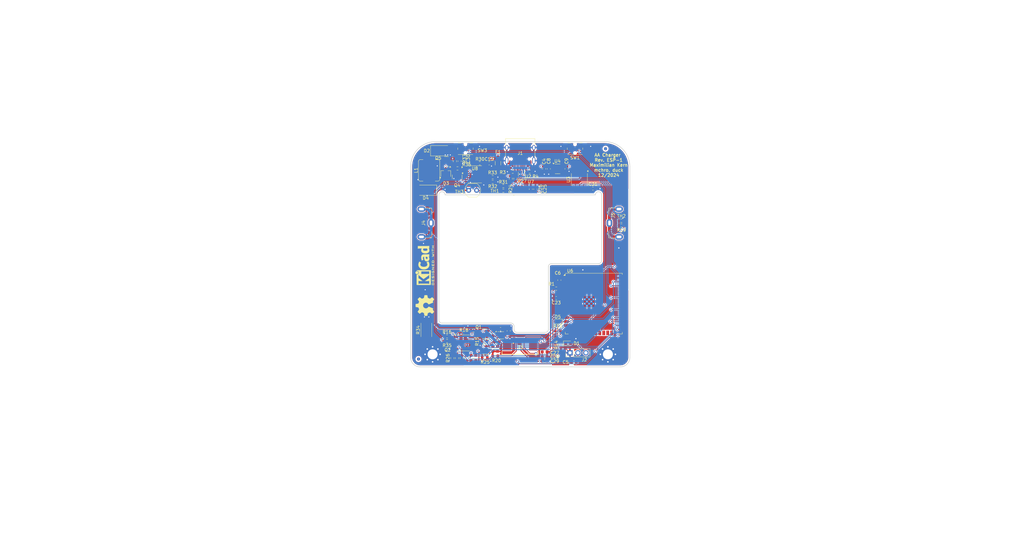
<source format=kicad_pcb>
(kicad_pcb (version 20240108) (generator "pcbnew") (generator_version "8.0")
  (title_block (title "SPINC AA Charger") (date "2024-12-14") (rev "ESP-1") (company "Maximilian Kern, Mads Chr. Olesen"))
  (layers (0 "F.Cu" signal) (1 "In1.Cu" signal) (2 "In2.Cu" signal) (31 "B.Cu" signal) (34 "B.Paste" user) (35 "F.Paste" user) (36 "B.SilkS" user "B.Silkscreen") (37 "F.SilkS" user "F.Silkscreen") (38 "B.Mask" user) (39 "F.Mask" user) (44 "Edge.Cuts" user))
  (net 0 "")
  (net 1 "+3.3V")
  (net 2 "Net-(J1-CC2)")
  (net 3 "Net-(J1-CC1)")
  (net 4 "-3V3")
  (net 5 "GND")
  (net 6 "/VUSB_RAW")
  (net 7 "BAT_B")
  (net 8 "BAT_A")
  (net 9 "HBR_BH")
  (net 10 "HBR_AH")
  (net 11 "HBR_AL")
  (net 12 "HBR_BL")
  (net 13 "SCL")
  (net 14 "SDA")
  (net 15 "VCN_INT")
  (net 16 "CHG_STAT")
  (net 17 "ADC_BAT_A")
  (net 18 "ADC_BAT_B")
  (net 19 "LCD_MOSI")
  (net 20 "LCD_CS")
  (net 21 "LCD_SCK")
  (net 22 "Net-(Q1-D)")
  (net 23 "PWM_SERVO")
  (net 24 "5V")
  (net 25 "Net-(D1-A)")
  (net 26 "Net-(D1-K)")
  (net 27 "SW_1")
  (net 28 "SW_2")
  (net 29 "/D_P")
  (net 30 "/D_N")
  (net 31 "USB_D_P")
  (net 32 "USB_D_N")
  (net 33 "/EXTMODE")
  (net 34 "/VCOM")
  (net 35 "Net-(U8-VDD)")
  (net 36 "ADC_TEMP_BAT")
  (net 37 "Net-(U1-C+)")
  (net 38 "Net-(U1-C-)")
  (net 39 "Net-(U1-CPOUT)")
  (net 40 "Net-(D4-K)")
  (net 41 "Net-(Q2-P2G)")
  (net 42 "Net-(U1-VFB)")
  (net 44 "Net-(U7-C-LED)")
  (net 45 "Net-(D2-K)")
  (net 46 "Net-(D3-A)")
  (net 48 "Net-(Q2-N1S{slash}N2S)")
  (net 49 "Net-(Q4-S)")
  (net 50 "Net-(Q4-G)")
  (net 51 "Net-(Q4-D)")
  (net 52 "Net-(U8-THM1)")
  (net 53 "Net-(U8-CTST)")
  (net 54 "Net-(U8-TMR)")
  (net 55 "Net-(U8-VN1)")
  (net 59 "Net-(D5-A)")
  (net 73 "Net-(U6-EN)")
  (net 74 "+3V3")
  (net 76 "TX")
  (net 77 "RX")
  (footprint "Capacitor_SMD:C_0603_1608Metric" (layer "F.Cu") (at 157.8 132.71)
    (property "Reference" "C28")
    (property "Value" "100nF")
  )
  (footprint "LED_SMD:LED_0603_1608Metric" (layer "F.Cu") (at 165.2875 128.5)
    (property "Reference" "D1")
    (property "Value" "LED")
  )
  (footprint "Resistor_SMD:R_0603_1608Metric" (layer "F.Cu") (at 144.6 79.7)
    (property "Reference" "TH1")
    (property "Value" "Thermistor_NTC")
  )
  (footprint "Capacitor_SMD:C_0603_1608Metric" (layer "F.Cu") (at 162.5 108.275 90)
    (property "Reference" "C6")
    (property "Value" "10uF")
  )
  (footprint "Resistor_SMD:R_0603_1608Metric" (layer "F.Cu") (at 142.5 128 180)
    (property "Reference" "R5" (hide yes))
    (property "Value" "100k")
  )
  (footprint "Resistor_SMD:R_0603_1608Metric" (layer "F.Cu") (at 129.8 133.215 90)
    (property "Reference" "R21" (hide yes))
    (property "Value" "47k")
  )
  (footprint "omoteLib:BatteryHolder_Keystone_590" (layer "F.Cu") (at 121.5 90 90)
    (property "Reference" "J4")
    (property "Value" "Conn_01x01_Pin")
  )
  (footprint "omoteLib:68711014022" (layer "F.Cu") (at 150 129.75)
    (property "Reference" "J3")
    (property "Value" "Conn_01x10_Socket")
  )
  (footprint "Package_SO:SOP-8_3.9x4.9mm_P1.27mm" (layer "F.Cu") (at 168.905 76.125 -90)
    (property "Reference" "U3")
    (property "Value" "CH340N")
  )
  (footprint "Resistor_SMD:R_0603_1608Metric" (layer "F.Cu") (at 141.2 75.35)
    (property "Reference" "R33")
    (property "Value" "100k")
  )
  (footprint "Button_Switch_SMD:Panasonic_EVQPUM_EVQPUD" (layer "F.Cu") (at 132.5 66.25)
    (property "Reference" "SW3")
    (property "Value" "SW_Push")
  )
  (footprint "Diode_SMD:D_SMA" (layer "F.Cu") (at 124.85 66.9)
    (property "Reference" "D2")
    (property "Value" "MBRA340")
  )
  (footprint "Capacitor_SMD:C_0603_1608Metric" (layer "F.Cu") (at 173.225 79)
    (property "Reference" "C31")
    (property "Value" "100nF")
  )
  (footprint "LED_SMD:LED_0603_1608Metric" (layer "F.Cu") (at 162 121.5 180)
    (property "Reference" "D5")
    (property "Value" "LED")
  )
  (footprint "Symbol:OSHW-Symbol_6.7x6mm_SilkScreen" (layer "F.Cu") (at 119.55 116.4 90)
    (property "Reference" "REF**" (hide yes))
    (property "Value" "OSHW-Symbol_6.7x6mm_SilkScreen" (hide yes))
  )
  (footprint "Connector_PinHeader_2.54mm:PinHeader_1x03_P2.54mm_Vertical" (layer "F.Cu") (at 165.89 131.5 90)
    (property "Reference" "J2")
    (property "Value" "Conn_01x03_Pin")
  )
  (footprint "MountingHole:MountingHole_3.2mm_M3_Pad_Via" (layer "F.Cu") (at 122 132)
    (property "Reference" "H1" (hide yes))
    (property "Value" "MountingHole")
  )
  (footprint "omoteLib:L_Bourns_SRP7050TA_7.3x6.6mm" (layer "F.Cu") (at 120.9 73.175 90)
    (property "Reference" "L1")
    (property "Value" "SRP7050TA-470M")
  )
  (footprint "Package_SO:SO-8_3.9x4.9mm_P1.27mm" (layer "F.Cu") (at 131.830502 128.365)
    (property "Reference" "Q2")
    (property "Value" "DMHC3025LSD")
  )
  (footprint "Package_TO_SOT_SMD:SOT-23" (layer "F.Cu") (at 126.45 70.3625 180)
    (property "Reference" "Q5")
    (property "Value" "SI2305CDS")
  )
  (footprint "Resistor_SMD:R_0603_1608Metric" (layer "F.Cu") (at 131.3 133.215 -90)
    (property "Reference" "R22" (hide yes))
    (property "Value" "47k")
  )
  (footprint "Resistor_SMD:R_0603_1608Metric" (layer "F.Cu") (at 148.5 75.830803 -90)
    (property "Reference" "R27")
    (property "Value" "10k")
  )
  (footprint "Resistor_SMD:R_0603_1608Metric" (layer "F.Cu") (at 135.8 133.215 90)
    (property "Reference" "R23" (hide yes))
    (property "Value" "4k7")
  )
  (footprint "Capacitor_SMD:C_0603_1608Metric" (layer "F.Cu") (at 164.8 72.7 -90)
    (property "Reference" "C9")
    (property "Value" "1uF")
  )
  (footprint "Resistor_SMD:R_0603_1608Metric" (layer "F.Cu") (at 153 73.6 180)
    (property "Reference" "R4")
    (property "Value" "5.1k")
  )
  (footprint "omoteLib:BatteryHolder_Keystone_590" (layer "F.Cu") (at 178.5 90 -90)
    (property "Reference" "J5")
    (property "Value" "Conn_01x01_Pin")
  )
  (footprint "Resistor_SMD:R_0603_1608Metric" (layer "F.Cu") (at 137.075 70.925)
    (property "Reference" "R30")
    (property "Value" "100")
  )
  (footprint "Capacitor_SMD:C_0603_1608Metric" (layer "F.Cu") (at 141.3 125.3 90)
    (property "Reference" "C3" (hide yes))
    (property "Value" "4.7uF")
  )
  (footprint "Capacitor_SMD:C_0603_1608Metric" (layer "F.Cu") (at 157.8 134.21)
    (property "Reference" "C29")
    (property "Value" "1uF")
  )
  (footprint "Resistor_SMD:R_0603_1608Metric" (layer "F.Cu") (at 141.2 76.85)
    (property "Reference" "R32")
    (property "Value" "22k")
  )
  (footprint "Capacitor_SMD:C_0603_1608Metric" (layer "F.Cu") (at 153.4 79.2 90)
    (property "Reference" "C26")
    (property "Value" "100nF")
  )
  (footprint "Resistor_SMD:R_0603_1608Metric" (layer "F.Cu") (at 142.75 130.25 90)
    (property "Reference" "R6" (hide yes))
    (property "Value" "57.6k")
  )
  (footprint "Capacitor_SMD:C_0603_1608Metric" (layer "F.Cu") (at 157.6375 72.7 -90)
    (property "Reference" "C4")
    (property "Value" "1uF")
  )
  (footprint "Capacitor_SMD:C_0603_1608Metric" (layer "F.Cu") (at 167.15 134.5 180)
    (property "Reference" "C5")
    (property "Value" "2.2uF")
  )
  (footprint "Resistor_SMD:R_0603_1608Metric" (layer "F.Cu") (at 147.6 73.6)
    (property "Reference" "R3")
    (property "Value" "5.1k")
  )
  (footprint "Capacitor_SMD:C_0603_1608Metric" (layer "F.Cu") (at 157.8 131.2)
    (property "Reference" "C27")
    (property "Value" "100nF")
  )
  (footprint "Resistor_SMD:R_0603_1608Metric" (layer "F.Cu") (at 138.510128 127.886433)
    (property "Reference" "R15")
    (property "Value" "10k")
  )
  (footprint "Capacitor_SMD:C_0603_1608Metric" (layer "F.Cu") (at 143.7 123.9)
    (property "Reference" "C1" (hide yes))
    (property "Value" "4.7uF")
  )
  (footprint "Resistor_SMD:R_2512_6332Metric" (layer "F.Cu") (at 120 124.2 90)
    (property "Reference" "R34")
    (property "Value" "0R124")
  )
  (footprint "RF_Module:ESP32-WROOM-32U" (layer "F.Cu") (at 173.5 115.8)
    (property "Reference" "U6")
    (property "Value" "ESP32-WROOM-32U")
  )
  (footprint "Resistor_SMD:R_0603_1608Metric" (layer "F.Cu") (at 182.325 89.3)
    (property "Reference" "TH2")
    (property "Value" "Thermistor_NTC")
  )
  (footprint "Diode_SMD:D_SMA" (layer "F.Cu") (at 119.8175 79.52 180)
    (property "Reference" "D4")
    (property "Value" "MBRA340")
  )
  (footprint "Package_SON:WSON-8-1EP_2x2mm_P0.5mm_EP0.9x1.6mm" (layer "F.Cu") (at 143.75 125.9)
    (property "Reference" "U1" (hide yes))
    (property "Value" "LM27761")
  )
  (footprint "Package_TO_SOT_SMD:SOT-666" (layer "F.Cu") (at 150.4 74.4 -90)
    (property "Reference" "U2")
    (property "Value" "USBLC6-2P6")
  )
  (footprint "Package_SO:TSSOP-16_4.4x5mm_P0.65mm" (layer "F.Cu") (at 135.4875 74.45)
    (property "Reference" "U8")
    (property "Value" "DS2712")
  )
  (footprint "Resistor_SMD:R_0603_1608Metric" (layer "F.Cu") (at 135.1 124.375)
    (property "Reference" "R18")
    (property "Value" "4k7")
  )
  (footprint "Package_TO_SOT_SMD:SOT-23" (layer "F.Cu") (at 138.568002 125.415 180)
    (property "Reference" "Q1")
    (property "Value" "DMG2301L")
  )
  (footprint "Resistor_SMD:R_0603_1608Metric" (layer "F.Cu") (at 144.6 78.2 180)
    (property "Reference" "R31")
    (property "Value" "10k")
  )
  (footprint "Resistor_SMD:R_0603_1608Metric" (layer "F.Cu") (at 163 129 90)
    (property "Reference" "R14")
    (property "Value" "2k2")
  )
  (footprint "Symbol:KiCad-Logo2_5mm_SilkScreen" (layer "F.Cu") (at 119.5 103.55 90)
    (property "Reference" "REF**" (hide yes))
    (property "Value" "KiCad-Logo2_5mm_SilkScreen" (hide yes))
  )
  (footprint "Capacitor_SMD:C_0603_1608Metric" (layer "F.Cu") (at 154.862294 79.194693 90)
    (property "Reference" "C25")
    (property "Value" "2.2uF")
  )
  (footprint "Resistor_SMD:R_0603_1608Metric" (layer "F.Cu") (at 142 132.5)
    (property "Reference" "R20")
    (property "Value" "0")
  )
  (footprint "Fuse:Fuse_1206_3216Metric_Pad1.42x1.75mm_HandSolder" (layer "F.Cu") (at 142.9 70.9 90)
    (property "Reference" "F1")
    (property "Value" "1A")
  )
  (footprint "Button_Switch_SMD:Panasonic_EVQPUM_EVQPUD" (layer "F.Cu") (at 167.5 66.25)
    (property "Reference" "SW1")
    (property "Value" "SW_Push")
  )
  (footprint "Resistor_SMD:R_0603_1608Metric" (layer "F.Cu") (at 134.3 133.215 90)
    (property "Reference" "R28" (hide yes))
    (property "Value" "47k")
  )
  (footprint "Resistor_SMD:R_0603_1608Metric" (layer "F.Cu") (at 182.325 90.8)
    (property "Reference" "R19")
    (property "Value" "10k")
  )
  (footprint "Resistor_SMD:R_0603_1608Metric" (layer "F.Cu") (at 147 75.830803 -90)
    (property "Reference" "R24")
    (property "Value" "10k")
  )
  (footprint "Resistor_SMD:R_0603_1608Metric" (layer "F.Cu") (at 161.5 111)
    (property "Reference" "R1")
    (property "Value" "10k")
  )
  (footprint "Package_TO_SOT_SMD:TSOT-23" (layer "F.Cu") (at 126.2075 74.25 90)
    (property "Reference" "D3")
    (property "Value" "MMBD4148")
  )
  (footprint "Resistor_SMD:R_0603_1608Metric" (layer "F.Cu") (at 132.8 133.215 -90)
    (property "Reference" "R29" (hide yes))
    (property "Value" "47k")
  )
  (footprint "Resistor_SMD:R_0603_1608Metric" (layer "F.Cu") (at 162 124.5 180)
    (property "Reference" "R10")
    (property "Value" "2k2")
  )
  (footprint "Capacitor_SMD:C_0603_1608Metric" (layer "F.Cu") (at 141.25 130.25 -90)
    (property "Reference" "C7" (hide yes))
    (property "Value" "2.2uF")
  )
  (footprint "Package_TO_SOT_SMD:SOT-23" (layer "F.Cu") (at 129.848334 75.246666 -90)
    (property "Reference" "Q4")
    (property "Value" "DMG2301L")
  )
  (footprint "MountingHole:MountingHole_3.2mm_M3_Pad_Via" (layer "F.Cu") (at 178 132)
    (property "Reference" "H2" (hide yes))
    (property "Value" "MountingHole")
  )
  (footprint "Capacitor_SMD:C_0603_1608Metric" (layer "F.Cu") (at 146.3 124.5 -90)
    (property "Reference" "C2" (hide yes))
    (property "Value" "1uF")
  )
  (footprint "Resistor_SMD:R_0603_1608Metric" (layer "F.Cu") (at 129.15 70.25 -90)
    (property "Reference" "R37")
    (property "Value" "330")
  )
  (footprint "omoteLib:USB_C_Receptacle_HRO_TYPE-C-31-M-12" (layer "F.Cu") (at 150 66.94 180)
    (property "Reference" "J1")
    (property "Value" "USB_C_Receptacle_USB2.0")
  )
  (footprint "Capacitor_SMD:C_0603_1608Metric" (layer "F.Cu") (at 159.1375 72.7 -90)
    (property "Reference" "C8")
    (property "Value" "1uF")
  )
  (footprint "Package_TO_SOT_SMD:SOT-23-5" (layer "F.Cu") (at 161.9375 72.7)
    (property "Reference" "U4")
    (property "Value" "AP2112K-3.3")
  )
  (footprint "Package_TO_SOT_SMD:SOT-23" (layer "F.Cu") (at 138.568002 130.365 180)
    (property "Reference" "Q3" (hide yes))
    (property "Value" "DMG2301L")
  )
  (footprint "Fiducial:Fiducial_1mm_Mask2mm" (layer "F.Cu") (at 177.25 66.25)
    (property "Reference" "FID4" (hide yes))
    (property "Value" "Fiducial")
  )
  (footprint "omoteLib:VISHAY_VCNL4040_4X2X1.1" (layer "F.Cu") (at 150 79.2 90)
    (property "Reference" "U7")
    (property "Value" "VCNL4040M3OE")
  )
  (footprint "OptoDevice:R_LDR_4.9x4.2mm_P2.54mm_Vertical" (layer "F.Cu") (at 136.07 79.55 180)
    (property "Reference" "TH3")
    (property "Value" "Thermistor_NTC")
  )
  (footprint "Capacitor_SMD:C_0603_1608Metric" (layer "F.Cu") (at 130.65 70.25 -90)
    (property "Reference" "C30")
    (property "Value" "10uF")
  )
  (footprint "Resistor_SMD:R_0603_1608Metric" (layer "F.Cu") (at 126.625 127.75)
    (property "Reference" "R35")
    (property "Value" "10")
  )
  (footprint "Resistor_SMD:R_0603_1608Metric" (layer "F.Cu") (at 138.655502 132.965)
    (property "Reference" "R25")
    (property "Value" "10k")
  )
  (footprint "Resistor_SMD:R_0603_1608Metric" (layer "F.Cu") (at 126.625 126.25)
    (property "Reference" "R16")
    (property "Value" "10k")
  )
  (footprint "Capacitor_SMD:C_0603_1608Metric" (layer "F.Cu") (at 161.5 114 180)
    (property "Reference" "C23")
    (property "Value" "1uF")
  )
  (footprint "Resistor_SMD:R_0603_1608Metric" (layer "F.Cu") (at 128.3 133.215 90)
    (property "Reference" "R26")
    (property "Value" "10k")
  )
  (footprint "Resistor_SMD:R_0603_1608Metric" (layer "F.Cu") (at 129.948334 72.546666 180)
    (property "Reference" "R36")
    (property "Value" "10k")
  )
  (footprint "Fiducial:Fiducial_1mm_Mask2mm" (layer "F.Cu") (at 117.5 133.5)
    (property "Reference" "FID1" (hide yes))
    (property "Value" "Fiducial")
  )
  (footprint "Capacitor_SMD:C_0603_1608Metric" (layer "F.Cu") (at 140.075 70.925)
    (property "Reference" "C15")
    (property "Value" "1uF")
  )
  (footprint "Fiducial:Fiducial_1mm_Mask2mm" (layer "B.Cu") (at 117.5 133.5 180)
    (property "Reference" "FID2" (hide yes))
    (property "Value" "Fiducial")
  )
  (footprint "Fiducial:Fiducial_1mm_Mask2mm" (layer "B.Cu") (at 177.25 66.25 180)
    (property "Reference" "FID3" (hide yes))
    (property "Value" "Fiducial")
  )
  (gr_line (start 115 72.000009) (end 115 108.000008) (stroke (width 0.2)) (layer "Edge.Cuts"))
  (gr_arc (start 115 72.000009) (mid 117.343146 66.343154) (end 123.000001 64.000008) (stroke (width 0.2)) (layer "Edge.Cuts"))
  (gr_line (start 115 122.000008) (end 115 133) (stroke (width 0.2)) (layer "Edge.Cuts"))
  (gr_arc (start 147 122) (mid 147.707107 122.292893) (end 148 123) (stroke (width 0.2)) (layer "Edge.Cuts"))
  (gr_line (start 124.0001 64.000008) (end 123.000001 64.000008) (stroke (width 0.2)) (layer "Edge.Cuts"))
  (gr_arc (start 177 64.000008) (mid 182.656855 66.343154) (end 185 72.000008) (stroke (width 0.2)) (layer "Edge.Cuts"))
  (gr_line (start 158 125) (end 149 125) (stroke (width 0.2)) (layer "Edge.Cuts"))
  (gr_arc (start 185 133.000008) (mid 184.121321 135.121329) (end 182 136.000008) (stroke (width 0.2)) (layer "Edge.Cuts"))
  (gr_arc (start 176 102) (mid 175.707107 102.707107) (end 175 103) (stroke (width 0.2)) (layer "Edge.Cuts"))
  (gr_line (start 177 64.000008) (end 124.0001 64.000008) (stroke (width 0.2)) (layer "Edge.Cuts"))
  (gr_arc (start 159 124) (mid 158.707107 124.707107) (end 158 125) (stroke (width 0.2)) (layer "Edge.Cuts"))
  (gr_arc (start 159 104) (mid 159.292893 103.292893) (end 160 103) (stroke (width 0.2)) (layer "Edge.Cuts"))
  (gr_arc (start 118.000006 136.000008) (mid 115.878679 135.121328) (end 115 133) (stroke (width 0.2)) (layer "Edge.Cuts"))
  (gr_line (start 175 103) (end 160 103) (stroke (width 0.2)) (layer "Edge.Cuts"))
  (gr_line (start 118.000006 136.000008) (end 182 136.000008) (stroke (width 0.2)) (layer "Edge.Cuts"))
  (gr_arc (start 149 125) (mid 148.292893 124.707107) (end 148 124) (stroke (width 0.2)) (layer "Edge.Cuts"))
  (gr_arc (start 124 81) (mid 125 80) (end 126 81) (stroke (width 0.2)) (layer "Edge.Cuts"))
  (gr_line (start 124 121) (end 124 81) (stroke (width 0.2)) (layer "Edge.Cuts"))
  (gr_line (start 147 122) (end 125 122) (stroke (width 0.2)) (layer "Edge.Cuts"))
  (gr_line (start 126 81) (end 174 81) (stroke (width 0.2)) (layer "Edge.Cuts"))
  (gr_line (start 176 81) (end 176 102) (stroke (width 0.2)) (layer "Edge.Cuts"))
  (gr_line (start 115 108.000008) (end 115 122.000008) (stroke (width 0.2)) (layer "Edge.Cuts"))
  (gr_arc (start 125 122) (mid 124.292893 121.707107) (end 124 121) (stroke (width 0.2)) (layer "Edge.Cuts"))
  (gr_line (start 159 104) (end 159 124) (stroke (width 0.2)) (layer "Edge.Cuts"))
  (gr_arc (start 174 81) (mid 175 80) (end 176 81) (stroke (width 0.2)) (layer "Edge.Cuts"))
  (gr_line (start 185 133.000008) (end 185 72.000008) (stroke (width 0.2)) (layer "Edge.Cuts"))
  (gr_line (start 148 123) (end 148 124) (stroke (width 0.2)) (layer "Edge.Cuts"))
  (gr_text "AA Charger \nRev. ESP-1\nMaximilian Kern\nmchro, duck\n12/2024" (at 178.25 71.5 0) (layer "F.SilkS") (effects (font (size 1 1) (thickness 0.2))))
  (segment (start 162.825 124.5) (end 162.825 125.979783) (width 0.25) (layer "F.Cu") (net 1))
  (segment (start 148.5 75.005803) (end 147 75.005803) (width 0.5) (layer "F.Cu") (net 1))
  (segment (start 144.7 126.15) (end 145.4 126.15) (width 0.25) (layer "F.Cu") (net 1))
  (segment (start 141.956447 123.639494) (end 142.664494 123.639494) (width 0.25) (layer "F.Cu") (net 1))
  (segment (start 164.525 71.75) (end 163.075 71.75) (width 0.5) (layer "F.Cu") (net 1))
  (segment (start 160.675 110.875) (end 162.5 109.05) (width 0.25) (layer "F.Cu") (net 1))
  (segment (start 164.75 108.815) (end 162.735 108.815) (width 0.25) (layer "F.Cu") (net 1))
  (segment (start 142.8 125.15) (end 142.8 124.025) (width 0.25) (layer "F.Cu") (net 1))
  (segment (start 164.725 71.9) (end 164.7 71.925) (width 0.5) (layer "F.Cu") (net 1))
  (segment (start 146.2 75.005803) (end 147 75.005803) (width 0.5) (layer "F.Cu") (net 1))
  (segment (start 183.1 91.8) (end 183.1 90.85) (width 0.3) (layer "F.Cu") (net 1))
  (segment (start 129.8 131.823833) (end 130.341226 131.282607) (width 0.3) (layer "F.Cu") (net 1))
  (segment (start 134.3 131.605132) (end 134.308902 131.59623) (width 0.3) (layer "F.Cu") (net 1))
  (segment (start 183.1 90.85) (end 183.15 90.8) (width 0.3) (layer "F.Cu") (net 1))
  (segment (start 138.227795 124.562438) (end 139.408064 124.562438) (width 0.25) (layer "F.Cu") (net 1))
  (segment (start 160.5 112) (end 160.5 111.175) (width 0.25) (layer "F.Cu") (net 1))
  (segment (start 154.862294 79.969693) (end 155.969693 79.969693) (width 0.25) (layer "F.Cu") (net 1))
  (segment (start 134.3 132.39) (end 134.3 131.605132) (width 0.3) (layer "F.Cu") (net 1))
  (segment (start 138.325269 129.415) (end 138.319611 129.409342) (width 0.25) (layer "F.Cu") (net 1))
  (segment (start 155.969693 79.969693) (end 156 80) (width 0.25) (layer "F.Cu") (net 1))
  (segment (start 140.100948 124.465) (end 139.505502 124.465) (width 0.25) (layer "F.Cu") (net 1))
  (segment (start 162.825 125.979783) (end 162.75 126.054783) (width 0.25) (layer "F.Cu") (net 1))
  (segment (start 139.505502 129.415) (end 138.325269 129.415) (width 0.25) (layer "F.Cu") (net 1))
  (segment (start 162.735 108.815) (end 162.5 109.05) (width 0.25) (layer "F.Cu") (net 1))
  (segment (start 164.7 71.925) (end 164.525 71.75) (width 0.5) (layer "F.Cu") (net 1))
  (segment (start 140.926454 123.639494) (end 140.100948 124.465) (width 0.25) (layer "F.Cu") (net 1))
  (segment (start 139.408064 124.562438) (end 139.505502 124.465) (width 0.25) (layer "F.Cu") (net 1))
  (segment (start 160.5 111.175) (end 160.675 111) (width 0.25) (layer "F.Cu") (net 1))
  (segment (start 153.325 79.9) (end 153.4 79.975) (width 0.25) (layer "F.Cu") (net 1))
  (segment (start 142.664494 123.639494) (end 142.925 123.9) (width 0.25) (layer "F.Cu") (net 1))
  (segment (start 151.6125 79.9) (end 153.325 79.9) (width 0.25) (layer "F.Cu") (net 1))
  (segment (start 160.675 111) (end 160.675 110.875) (width 0.25) (layer "F.Cu") (net 1))
  (segment (start 154.862294 79.969693) (end 153.405307 79.969693) (width 0.25) (layer "F.Cu") (net 1))
  (segment (start 165.6 71.9) (end 164.725 71.9) (width 0.5) (layer "F.Cu") (net 1))
  (segment (start 145.4 126.15) (end 145.75 126.5) (width 0.25) (layer "F.Cu") (net 1))
  (segment (start 150.5375 79.9) (end 151.6125 79.9) (width 0.25) (layer "F.Cu") (net 1))
  (segment (start 129.8 132.39) (end 129.8 131.823833) (width 0.3) (layer "F.Cu") (net 1))
  (segment (start 142.8 124.025) (end 142.925 123.9) (width 0.25) (layer "F.Cu") (net 1))
  (segment (start 141.956447 123.639494) (end 140.926454 123.639494) (width 0.25) (layer "F.Cu") (net 1))
  (segment (start 153.405307 79.969693) (end 153.4 79.975) (width 0.25) (layer "F.Cu") (net 1))
  (via (at 146.2 75.005803) (size 0.7) (drill 0.35) (layers "F.Cu" "B.Cu") (net 1))
  (via (at 165.6 71.9) (size 0.7) (drill 0.35) (layers "F.Cu" "B.Cu") (net 1))
  (via (at 183.1 91.8) (size 0.7) (drill 0.35) (layers "F.Cu" "B.Cu") (net 1))
  (via (at 138.319611 129.409342) (size 0.7) (drill 0.35) (layers "F.Cu" "B.Cu") (net 1))
  (via (at 130.341226 131.282607) (size 0.7) (drill 0.35) (layers "F.Cu" "B.Cu") (net 1))
  (via (at 160.5 112) (size 0.8) (drill 0.4) (layers "F.Cu" "B.Cu") (net 1))
  (via (at 145.75 126.5) (size 0.7) (drill 0.35) (layers "F.Cu" "B.Cu") (net 1))
  (via (at 134.308902 131.59623) (size 0.7) (drill 0.35) (layers "F.Cu" "B.Cu") (net 1))
  (via (at 138.227795 124.562438) (size 0.7) (drill 0.35) (layers "F.Cu" "B.Cu") (net 1))
  (via (at 156 80) (size 0.7) (drill 0.35) (layers "F.Cu" "B.Cu") (net 1))
  (via (at 162.75 126.054783) (size 0.8) (drill 0.4) (layers "F.Cu" "B.Cu") (net 1))
  (segment (start 160.5 123.801763) (end 158 126.301763) (width 0.25) (layer "B.Cu") (net 1))
  (segment (start 160.5 112) (end 160.5 123.801763) (width 0.25) (layer "B.Cu") (net 1))
  (segment (start 145.925 126.325) (end 158 126.325) (width 0.25) (layer "B.Cu") (net 1))
  (segment (start 158 126.301763) (end 158 126.325) (width 0.25) (layer "B.Cu") (net 1))
  (segment (start 145.75 126.5) (end 145.925 126.325) (width 0.25) (layer "B.Cu") (net 1))
  (segment (start 148.25 73.425) (end 148.425 73.6) (width 0.3) (layer "F.Cu") (net 2))
  (segment (start 148.25 70.985) (end 148.25 73.425) (width 0.3) (layer "F.Cu") (net 2))
  (segment (start 151.25 72.45) (end 152.175 73.375) (width 0.3) (layer "F.Cu") (net 3))
  (segment (start 151.25 70.985) (end 151.25 72.45) (width 0.3) (layer "F.Cu") (net 3))
  (segment (start 152.175 73.375) (end 152.175 73.6) (width 0.3) (layer "F.Cu") (net 3))
  (segment (start 136.46 134.04) (end 135.8 134.04) (width 0.3) (layer "F.Cu") (net 4))
  (segment (start 134.580502 125.565) (end 134.580502 124.680502) (width 0.25) (layer "F.Cu") (net 4))
  (segment (start 141.25 129.475) (end 141.25 129.45) (width 0.25) (layer "F.Cu") (net 4))
  (segment (start 136.8 131.304662) (end 136.8 133.7) (width 0.3) (layer "F.Cu") (net 4))
  (segment (start 141.675 128) (end 141.418475 128.256525) (width 0.25) (layer "F.Cu") (net 4))
  (segment (start 142.8 126.65) (end 142.8 126.875) (width 0.25) (layer "F.Cu") (net 4))
  (segment (start 136.8 133.7) (end 136.46 134.04) (width 0.3) (layer "F.Cu") (net 4))
  (segment (start 140.330064 128.530064) (end 140.330064 128.256525) (width 0.25) (layer "F.Cu") (net 4))
  (segment (start 141.25 129.45) (end 140.330064 128.530064) (width 0.25) (layer "F.Cu") (net 4))
  (segment (start 141.418475 128.256525) (end 140.330064 128.256525) (width 0.25) (layer "F.Cu") (net 4))
  (segment (start 134.580502 124.680502) (end 134.275 124.375) (width 0.25) (layer "F.Cu") (net 4))
  (segment (start 142.8 126.875) (end 141.675 128) (width 0.25) (layer "F.Cu") (net 4))
  (segment (start 136.506193 131.010855) (end 136.8 131.304662) (width 0.3) (layer "F.Cu") (net 4))
  (via (at 136.506193 131.010855) (size 0.7) (drill 0.35) (layers "F.Cu" "B.Cu") (net 4))
  (via (at 140.330064 128.256525) (size 0.7) (drill 0.35) (layers "F.Cu" "B.Cu") (net 4))
  (via (at 134.580502 125.565) (size 0.7) (drill 0.35) (layers "F.Cu" "B.Cu") (net 4))
  (segment (start 159.9125 72.7) (end 159.1375 73.475) (width 0.5) (layer "F.Cu") (net 5))
  (segment (start 158.575 134.21) (end 158.575 132.71) (width 0.25) (layer "F.Cu") (net 5))
  (segment (start 158.575 132.71) (end 158.575 131.2) (width 0.25) (layer "F.Cu") (net 5))
  (segment (start 164.705 107.5) (end 164.75 107.545) (width 0.25) (layer "F.Cu") (net 5))
  (segment (start 167.85 125.15) (end 168 125) (width 0.25) (layer "F.Cu") (net 5))
  (segment (start 162.5 107.5) (end 164.705 107.5) (width 0.25) (layer "F.Cu") (net 5))
  (segment (start 151.75 69.91) (end 151.75 70.985) (width 0.3) (layer "F.Cu") (net 5))
  (segment (start 165.89 134.015) (end 166.375 134.5) (width 0.25) (layer "F.Cu") (net 5))
  (segment (start 142.8 125.65) (end 143.5 125.65) (width 0.25) (layer "F.Cu") (net 5))
  (segment (start 159.440442 134.21) (end 159.440709 134.209733) (width 0.25) (layer "F.Cu") (net 5))
  (segment (start 148.75 70.985) (end 148.75 69.91) (width 0.3) (layer "F.Cu") (net 5))
  (segment (start 163 129.825) (end 164.215 129.825) (width 0.25) (layer "F.Cu") (net 5))
  (segment (start 167.785 125.15) (end 167.85 125.15) (width 0.25) (layer "F.Cu") (net 5))
  (segment (start 142.8 125.65) (end 142.425 125.65) (width 0.25) (layer "F.Cu") (net 5))
  (segment (start 148.75 69.91) (end 149.46 69.2) (width 0.3) (layer "F.Cu") (net 5))
  (segment (start 127.825 134.065) (end 127.85 134.04) (width 0.3) (layer "F.Cu") (net 5))
  (segment (start 150.4 74.045405) (end 150.045405 74.4) (width 0.25) (layer "F.Cu") (net 5))
  (segment (start 149.46 69.2) (end 151.04 69.2) (width 0.3) (layer "F.Cu") (net 5))
  (segment (start 127.3 134.065) (end 127.825 134.065) (width 0.3) (layer "F.Cu") (net 5))
  (segment (start 174 79) (end 175.5 79) (width 0.25) (layer "F.Cu") (net 5))
  (segment (start 167.785 127) (end 167.785 125.15) (width 0.25) (layer "F.Cu") (net 5))
  (segment (start 143.5 125.65) (end 143.75 125.9) (width 0.25) (layer "F.Cu") (net 5))
  (segment (start 150.045405 74.4) (end 149.8 74.4) (width 0.25) (layer "F.Cu") (net 5))
  (segment (start 164.215 129.825) (end 165.89 131.5) (width 0.25) (layer "F.Cu") (net 5))
  (segment (start 158.575 134.21) (end 159.440442 134.21) (width 0.25) (layer "F.Cu") (net 5))
  (segment (start 165.89 131.5) (end 165.89 134.015) (width 0.25) (layer "F.Cu") (net 5))
  (segment (start 150.4 73.475) (end 150.4 74.045405) (width 0.25) (layer "F.Cu") (net 5))
  (segment (start 158.575 134.21) (end 158.592005 134.21) (width 0.25) (layer "F.Cu") (net 5))
  (segment (start 133.53 79.55) (end 131.55 79.55) (width 0.5) (layer "F.Cu") (net 5))
  (segment (start 143.75 124.75) (end 143.75 125.9) (width 0.25) (layer "F.Cu") (net 5))
  (segment (start 142.425 125.65) (end 141.3 124.525) (width 0.25) (layer "F.Cu") (net 5))
  (segment (start 151.04 69.2) (end 151.75 69.91) (width 0.3) (layer "F.Cu") (net 5))
  (segment (start 160.8 72.7) (end 159.9125 72.7) (width 0.5) (layer "F.Cu") (net 5))
  (via (at 159.1 74.4) (size 0.7) (drill 0.35) (layers "F.Cu" "B.Cu") (net 5))
  (via (at 127.3 134.065) (size 0.7) (drill 0.35) (layers "F.Cu" "B.Cu") (net 5))
  (via (at 128.8 75.8) (size 0.7) (drill 0.35) (layers "F.Cu" "B.Cu") (net 5))
  (via (at 140.825 71.8) (size 0.7) (drill 0.35) (layers "F.Cu" "B.Cu") (net 5))
  (via (at 134.663252 74.483098) (size 0.7) (drill 0.35) (layers "F.Cu" "B.Cu") (net 5))
  (via (at 117.31 76.15) (size 0.7) (drill 0.35) (layers "F.Cu" "B.Cu") (net 5))
  (via (at 145.9 73.6) (size 0.7) (drill 0.35) (layers "F.Cu" "B.Cu") (net 5))
  (via (at 137.2 129.165) (size 0.7) (drill 0.35) (layers "F.Cu" "B.Cu") (net 5))
  (via (at 126.05 68.25) (size 0.7) (drill 0.35) (layers "F.Cu" "B.Cu") (net 5))
  (via (at 163 65.5) (size 0.7) (drill 0.35) (layers "F.Cu" "B.Cu") (net 5))
  (via (at 134.1 77.05) (size 0.7) (drill 0.35) (layers "F.Cu" "B.Cu") (net 5))
  (via (at 131.6 71) (size 0.7) (drill 0.35) (layers "F.Cu" "B.Cu") (net 5))
  (via (at 167.785 127) (size 0.8) (drill 0.4) (layers "F.Cu" "B.Cu") (net 5))
  (via (at 142.85 76.85) (size 0.7) (drill 0.35) (layers "F.Cu" "B.Cu") (net 5))
  (via (at 156 78.4) (size 0.7) (drill 0.35) (layers "F.Cu" "B.Cu") (net 5))
  (via (at 175.5 79) (size 0.8) (drill 0.4) (layers "F.Cu" "B.Cu") (net 5))
  (via (at 147 79.95) (size 0.7) (drill 0.35) (layers "F.Cu" "B.Cu") (net 5))
  (via (at 181.5 98) (size 0.8) (drill 0.4) (layers "F.Cu" "B.Cu") (net 5))
  (via (at 137.730742 134.225) (size 0.7) (drill 0.35) (layers "F.Cu" "B.Cu") (net 5))
  (via (at 172.5 65.5) (size 0.7) (drill 0.35) (layers "F.Cu" "B.Cu") (net 5))
  (via (at 133.275 122.925) (size 0.7) (drill 0.35) (layers "F.Cu" "B.Cu") (net 5))
  (via (at 123.5 71.75) (size 0.7) (drill 0.35) (layers "F.Cu" "B.Cu") (net 5))
  (via (at 154.75 73.5) (size 0.7) (drill 0.35) (layers "F.Cu" "B.Cu") (net 5))
  (via (at 137 65.5) (size 0.7) (drill 0.35) (layers "F.Cu" "B.Cu") (net 5))
  (via (at 149.8 74.4) (size 0.7) (drill 0.35) (layers "F.Cu" "B.Cu") (net 5))
  (via (at 127.65 68.25) (size 0.7) (drill 0.35) (layers "F.Cu" "B.Cu") (net 5))
  (via (at 143.75 124.75) (size 0.7) (drill 0.35) (layers "F.Cu" "B.Cu") (net 5))
  (via (at 182.775 88.471824) (size 0.7) (drill 0.35) (layers "F.Cu" "B.Cu") (net 5))
  (via (at 119.1 96.55) (size 0.7) (drill 0.35) (layers "F.Cu" "B.Cu") (net 5))
  (via (at 147.081969 122.930619) (size 0.7) (drill 0.35) (layers "F.Cu" "B.Cu") (net 5))
  (via (at 157.7 74.4) (size 0.7) (drill 0.35) (layers "F.Cu" "B.Cu") (net 5))
  (via (at 119.4 120.05) (size 0.7) (drill 0.35) (layers "F.Cu" "B.Cu") (net 5))
  (via (at 170 105) (size 0.8) (drill 0.4) (layers "F.Cu" "B.Cu") (net 5))
  (via (at 120.25 81.25) (size 0.7) (drill 0.35) (layers "F.Cu" "B.Cu") (net 5))
  (via (at 127.3 130.3) (size 0.7) (drill 0.35) (layers "F.Cu" "B.Cu") (net 5))
  (via (at 165.6 73.5) (size 0.7) (drill 0.35) (layers "F.Cu" "B.Cu") (net 5))
  (via (at 125.75 125.35) (size 0.7) (drill 0.35) (layers "F.Cu" "B.Cu") (net 5))
  (via (at 120.8 120.05) (size 0.7) (drill 0.35) (layers "F.Cu" "B.Cu") (net 5))
  (via (at 126 79.25) (size 0.7) (drill 0.35) (layers "F.Cu" "B.Cu") (net 5))
  (via (at 119.65 111.35) (size 0.7) (drill 0.35) (layers "F.Cu" "B.Cu") (net 5))
  (via (at 159.440709 134.209733) (size 0.8) (drill 0.4) (layers "F.Cu" "B.Cu") (net 5))
  (via (at 146.7 127) (size 0.7) (drill 0.35) (layers "F.Cu" "B.Cu") (net 5))
  (via (at 142.85 75.35) (size 0.7) (drill 0.35) (layers "F.Cu" "B.Cu") (net 5))
  (via (at 138.35 77.85) (size 0.7) (drill 0.35) (layers "F.Cu" "B.Cu") (net 5))
  (via (at 126.85 68.25) (size 0.7) (drill 0.35) (layers "F.Cu" "B.Cu") (net 5))
  (via (at 140.596947 134.21849) (size 0.7) (drill 0.35) (layers "F.Cu" "B.Cu") (net 5))
  (segment (start 150.4 75.325) (end 150.4 74.9427) (width 0.25) (layer "F.Cu") (net 6))
  (segment (start 147.55 72.4) (end 142.9125 72.4) (width 0.6) (layer "F.Cu") (net 6))
  (segment (start 147.55 70.985) (end 147.55 72.4) (width 0.6) (layer "F.Cu") (net 6))
  (segment (start 150.4 74.9427) (end 150.9427 74.4) (width 0.25) (layer "F.Cu") (net 6))
  (segment (start 150.9427 74.4) (end 151 74.4) (width 0.25) (layer "F.Cu") (net 6))
  (segment (start 142.9125 72.4) (end 142.9 72.3875) (width 0.6) (layer "F.Cu") (net 6))
  (segment (start 152.45 70.985) (end 152.45 72.4) (width 0.6) (layer "F.Cu") (net 6))
  (via (at 147.55 72.4) (size 0.7) (drill 0.35) (layers "F.Cu" "B.Cu") (net 6))
  (via (at 151 74.4) (size 0.7) (drill 0.35) (layers "F.Cu" "B.Cu") (net 6))
  (via (at 152.45 72.4) (size 0.7) (drill 0.35) (layers "F.Cu" "B.Cu") (net 6))
  (segment (start 151 74.4) (end 151 72.4) (width 0.5) (layer "B.Cu") (net 6))
  (segment (start 151 72.4) (end 152.45 72.4) (width 1) (layer "B.Cu") (net 6))
  (segment (start 147.55 72.4) (end 151 72.4) (width 1) (layer "B.Cu") (net 6))
  (segment (start 181.55 94.445) (end 179.622155 94.445) (width 1) (layer "F.Cu") (net 7))
  (segment (start 133.426926 129) (end 134.405502 129) (width 0.6) (layer "F.Cu") (net 7))
  (segment (start 132.8 132.39) (end 132.8 129.1) (width 0.3) (layer "F.Cu") (net 7))
  (segment (start 178.5 90) (end 178.596666 89.903334) (width 1) (layer "F.Cu") (net 7))
  (segment (start 179.622155 94.445) (end 178.5 93.322845) (width 1) (layer "F.Cu") (net 7))
  (segment (start 178.5 89.806668) (end 178.5 86.7) (width 1) (layer "F.Cu") (net 7))
  (segment (start 179.645 85.555) (end 181.55 85.555) (width 1) (layer "F.Cu") (net 7))
  (segment (start 178.596666 89.903334) (end 178.5 89.806668) (width 1) (layer "F.Cu") (net 7))
  (segment (start 134.405502 129) (end 132.7 129) (width 1) (layer "F.Cu") (net 7))
  (segment (start 178.5 86.7) (end 179.645 85.555) (width 1) (layer "F.Cu") (net 7))
  (segment (start 132.8 129.1) (end 132.7 129) (width 0.3) (layer "F.Cu") (net 7))
  (segment (start 178.5 93.322845) (end 178.5 90) (width 1) (layer "F.Cu") (net 7))
  (segment (start 133.42226 128.995334) (end 133.426926 129) (width 0.6) (layer "F.Cu") (net 7))
  (via (at 132.7 129) (size 0.7) (drill 0.35) (layers "F.Cu" "B.Cu") (net 7))
  (via (at 133.42226 128.995334) (size 0.7) (drill 0.35) (layers "F.Cu" "B.Cu") (net 7))
  (segment (start 130.7 129) (end 131.3 129.6) (width 0.3) (layer "F.Cu") (net 8))
  (segment (start 129.255502 127.73) (end 130.77 127.73) (width 1) (layer "F.Cu") (net 8))
  (segment (start 130.7 127.9) (end 130.7 129) (width 0.3) (layer "F.Cu") (net 8))
  (segment (start 131.06 125.46) (end 130.33674 125.46) (width 1) (layer "F.Cu") (net 8))
  (segment (start 130.27 127.73) (end 129.255502 127.73) (width 0.6) (layer "F.Cu") (net 8))
  (segment (start 131.1 125.5) (end 131.06 125.46) (width 1) (layer "F.Cu") (net 8))
  (segment (start 131.1 127.4) (end 131.1 125.5) (width 1) (layer "F.Cu") (net 8))
  (segment (start 131.3 129.6) (end 131.3 132.39) (width 0.3) (layer "F.Cu") (net 8))
  (segment (start 130.77 127.73) (end 131.1 127.4) (width 1) (layer "F.Cu") (net 8))
  (segment (start 130.4 127.6) (end 130.7 127.9) (width 0.3) (layer "F.Cu") (net 8))
  (via (at 131.1 125.5) (size 0.7) (drill 0.35) (layers "F.Cu" "B.Cu") (net 8))
  (via (at 130.3 125.5) (size 0.7) (drill 0.35) (layers "F.Cu" "B.Cu") (net 8))
  (segment (start 121.5 86.7) (end 121.5 90) (width 1) (layer "B.Cu") (net 8))
  (segment (start 121.5 93.4) (end 120.455 94.445) (width 1) (layer "B.Cu") (net 8))
  (segment (start 121.5 90) (end 121.5 93.4) (width 1) (layer "B.Cu") (net 8))
  (segment (start 120.455 94.445) (end 118.45 94.445) (width 1) (layer "B.Cu") (net 8))
  (segment (start 118.45 85.555) (end 120.355 85.555) (width 1) (layer "B.Cu") (net 8))
  (segment (start 120.355 85.555) (end 121.5 86.7) (width 1) (layer "B.Cu") (net 8))
  (segment (start 183.775 117.55) (end 182.66 116.435) (width 0.25) (layer "F.Cu") (net 9))
  (segment (start 182.66 116.435) (end 181.66 116.435) (width 0.25) (layer "F.Cu") (net 9))
  (segment (start 139.480502 132.965) (end 139.480502 131.34) (width 0.25) (layer "F.Cu") (net 9))
  (segment (start 139.480502 132.965) (end 139.815502 133.3) (width 0.25) (layer "F.Cu") (net 9))
  (segment (start 182.145698 126.645698) (end 183.775 125.016396) (width 0.25) (layer "F.Cu") (net 9))
  (segment (start 174 131) (end 178.354302 126.645698) (width 0.25) (layer "F.Cu") (net 9))
  (segment (start 178.354302 126.645698) (end 182.145698 126.645698) (width 0.25) (layer "F.Cu") (net 9))
  (segment (start 183.775 125.016396) (end 183.775 117.55) (width 0.25) (layer "F.Cu") (net 9))
  (segment (start 139.480502 131.34) (end 139.505502 131.315) (width 0.25) (layer "F.Cu") (net 9))
  (segment (start 148.180052 133.3) (end 149.141943 134.261891) (width 0.25) (layer "F.Cu") (net 9))
  (segment (start 139.815502 133.3) (end 148.180052 133.3) (width 0.25) (layer "F.Cu") (net 9))
  (via (at 174 131) (size 0.8) (drill 0.4) (layers "F.Cu" "B.Cu") (net 9))
  (via (at 149.141943 134.261891) (size 0.8) (drill 0.4) (layers "F.Cu" "B.Cu") (net 9))
  (segment (start 174 132) (end 171 135) (width 0.25) (layer "B.Cu") (net 9))
  (segment (start 174 131) (end 174 132) (width 0.25) (layer "B.Cu") (net 9))
  (segment (start 149.880052 135) (end 149.141943 134.261891) (width 0.25) (layer "B.Cu") (net 9))
  (segment (start 171 135) (end 149.880052 135) (width 0.25) (layer "B.Cu") (net 9))
  (segment (start 139.335128 126.535374) (end 139.505502 126.365) (width 0.25) (layer "F.Cu") (net 10))
  (segment (start 178.75 121.515) (end 182.25 121.515) (width 0.25) (layer "F.Cu") (net 10))
  (segment (start 139.335128 127.886433) (end 139.335128 126.535374) (width 0.25) (layer "F.Cu") (net 10))
  (via (at 139.329454 127.026982) (size 0.7) (drill 0.35) (layers "F.Cu" "B.Cu") (net 10))
  (via (at 178.75 121.515) (size 0.8) (drill 0.4) (layers "F.Cu" "B.Cu") (net 10))
  (segment (start 171.265 129) (end 158.772792 129) (width 0.25) (layer "B.Cu") (net 10))
  (segment (start 158.772792 129) (end 158.372792 129.4) (width 0.25) (layer "B.Cu") (net 10))
  (segment (start 158.372792 129.4) (end 142.6 129.4) (width 0.25) (layer "B.Cu") (net 10))
  (segment (start 142.6 129.4) (end 140.226982 127.026982) (width 0.25) (layer "B.Cu") (net 10))
  (segment (start 140.226982 127.026982) (end 139.329454 127.026982) (width 0.25) (layer "B.Cu") (net 10))
  (segment (start 178.75 121.515) (end 171.265 129) (width 0.25) (layer "B.Cu") (net 10))
  (segment (start 128.5 125.5) (end 129 126) (width 0.25) (layer "F.Cu") (net 11))
  (segment (start 129 126) (end 129 126.35) (width 0.25) (layer "F.Cu") (net 11))
  (segment (start 129 126.35) (end 127.45 126.35) (width 0.25) (layer "F.Cu") (net 11))
  (segment (start 179.75 120.245) (end 182.25 120.245) (width 0.25) (layer "F.Cu") (net 11))
  (via (at 179.75 120.245) (size 0.8) (drill 0.4) (layers "F.Cu" "B.Cu") (net 11))
  (via (at 128.5 125.5) (size 0.7) (drill 0.35) (layers "F.Cu" "B.Cu") (net 11))
  (segment (start 158.559188 129.85) (end 140.05 129.85) (width 0.25) (layer "B.Cu") (net 11))
  (segment (start 179.5 120.495) (end 179.5 124.878501) (width 0.25) (layer "B.Cu") (net 11))
  (segment (start 179.75 120.245) (end 179.5 120.495) (width 0.25) (layer "B.Cu") (net 11))
  (segment (start 129.8675 126.9) (end 128.5 125.5325) (width 0.25) (layer "B.Cu") (net 11))
  (segment (start 137.1 126.9) (end 129.8675 126.9) (width 0.25) (layer "B.Cu") (net 11))
  (segment (start 158.953009 129.456179) (end 158.559188 129.85) (width 0.25) (layer "B.Cu") (net 11))
  (segment (start 140.05 129.85) (end 137.1 126.9) (width 0.25) (layer "B.Cu") (net 11))
  (segment (start 179.5 124.878501) (end 174.922322 129.456179) (width 0.25) (layer "B.Cu") (net 11))
  (segment (start 174.922322 129.456179) (end 158.953009 129.456179) (width 0.25) (layer "B.Cu") (net 11))
  (segment (start 128.5 125.5325) (end 128.5 125.5) (width 0.25) (layer "B.Cu") (net 11))
  (segment (start 161.975 132.475) (end 162 132.5) (width 0.25) (layer "F.Cu") (net 12))
  (segment (start 128.3 131.7) (end 128.3 132.39) (width 0.25) (layer "F.Cu") (net 12))
  (segment (start 163.75 118.975) (end 161.975 120.75) (width 0.25) (layer "F.Cu") (net 12))
  (segment (start 129.255502 130.744498) (end 128.3 131.7) (width 0.25) (layer "F.Cu") (net 12))
  (segment (start 129.255502 130.27) (end 129.255502 130.744498) (width 0.25) (layer "F.Cu") (net 12))
  (segment (start 161.975 120.75) (end 161.975 132.475) (width 0.25) (layer "F.Cu") (net 12))
  (segment (start 164.75 118.975) (end 163.75 118.975) (width 0.25) (layer "F.Cu") (net 12))
  (segment (start 129.93 130.27) (end 129.255502 130.27) (width 0.25) (layer "F.Cu") (net 12))
  (segment (start 130.4 129.8) (end 129.93 130.27) (width 0.25) (layer "F.Cu") (net 12))
  (via (at 162 132.5) (size 0.8) (drill 0.4) (layers "F.Cu" "B.Cu") (net 12))
  (via (at 130.4 129.8) (size 0.7) (drill 0.35) (layers "F.Cu" "B.Cu") (net 12))
  (segment (start 141.016679 132.483321) (end 140 133.5) (width 0.25) (layer "B.Cu") (net 12))
  (segment (start 162 132.5) (end 141.016679 132.483321) (width 0.25) (layer "B.Cu") (net 12))
  (segment (start 134.404595 133.5) (end 133.954595 133.95) (width 0.25) (layer "B.Cu") (net 12))
  (segment (start 131.066226 131.620821) (end 131.066226 130.466226) (width 0.25) (layer "B.Cu") (net 12))
  (segment (start 131.066226 130.466226) (end 130.4 129.8) (width 0.25) (layer "B.Cu") (net 12))
  (segment (start 130.4 129.8) (end 130.709342 130.109342) (width 0.25) (layer "B.Cu") (net 12))
  (segment (start 133.395405 133.95) (end 131.066226 131.620821) (width 0.25) (layer "B.Cu") (net 12))
  (segment (start 133.954595 133.95) (end 133.395405 133.95) (width 0.25) (layer "B.Cu") (net 12))
  (segment (start 140 133.5) (end 134.404595 133.5) (width 0.25) (layer "B.Cu") (net 12))
  (segment (start 148.3875 78.3875) (end 148.3875 78.5) (width 0.25) (layer "F.Cu") (net 13))
  (segment (start 147.75 77.75) (end 148.3875 78.3875) (width 0.25) (layer "F.Cu") (net 13))
  (segment (start 147 76.655803) (end 147 77) (width 0.25) (layer "F.Cu") (net 13))
  (segment (start 147 77) (end 147.75 77.75) (width 0.25) (layer "F.Cu") (net 13))
  (segment (start 179 110.085) (end 181.66 110.085) (width 0.25) (layer "F.Cu") (net 13))
  (via (at 179 110.085) (size 0.8) (drill 0.4) (layers "F.Cu" "B.Cu") (net 13))
  (via (at 147.75 77.75) (size 0.7) (drill 0.35) (layers "F.Cu" "B.Cu") (net 13))
  (segment (start 175.362185 75.831424) (end 149.668576 75.831424) (width 0.25) (layer "B.Cu") (net 13))
  (segment (start 179 110.085) (end 178.1 109.185) (width 0.25) (layer "B.Cu") (net 13))
  (segment (start 180.4 88.963604) (end 178.1 86.663604) (width 0.25) (layer "B.Cu") (net 13))
  (segment (start 178.1 86.663604) (end 178.1 78.569239) (width 0.25) (layer "B.Cu") (net 13))
  (segment (start 180.4 91.136396) (end 180.4 88.963604) (width 0.25) (layer "B.Cu") (net 13))
  (segment (start 149.668576 75.831424) (end 147.75 77.75) (width 0.25) (layer "B.Cu") (net 13))
  (segment (start 178.1 78.569239) (end 175.362185 75.831424) (width 0.25) (layer "B.Cu") (net 13))
  (segment (start 178.1 93.436396) (end 180.4 91.136396) (width 0.25) (layer "B.Cu") (net 13))
  (segment (start 178.1 109.185) (end 178.1 93.436396) (width 0.25) (layer "B.Cu") (net 13))
  (segment (start 148.5 76.655803) (end 148.518303 76.655803) (width 0.25) (layer "F.Cu") (net 14))
  (segment (start 148.518303 76.655803) (end 149.4625 77.6) (width 0.25) (layer "F.Cu") (net 14))
  (segment (start 179 113.895) (end 181.66 113.895) (width 0.25) (layer "F.Cu") (net 14))
  (segment (start 149.4625 77.6) (end 149.4625 78.5) (width 0.25) (layer "F.Cu") (net 14))
  (via (at 179 113.895) (size 0.8) (drill 0.4) (layers "F.Cu" "B.Cu") (net 14))
  (via (at 149.4625 77.6) (size 0.7) (drill 0.35) (layers "F.Cu" "B.Cu") (net 14))
  (segment (start 177.65 112.545) (end 177.65 93.25) (width 0.25) (layer "B.Cu") (net 14))
  (segment (start 179.95 89.15) (end 177.65 86.85) (width 0.25) (layer "B.Cu") (net 14))
  (segment (start 177.65 78.755635) (end 175.175789 76.281424) (width 0.25) (layer "B.Cu") (net 14))
  (segment (start 175.175789 76.281424) (end 150.781076 76.281424) (width 0.25) (layer "B.Cu") (net 14))
  (segment (start 177.65 93.25) (end 179.95 90.95) (width 0.25) (layer "B.Cu") (net 14))
  (segment (start 150.781076 76.281424) (end 149.4625 77.6) (width 0.25) (layer "B.Cu") (net 14))
  (segment (start 177.65 86.85) (end 177.65 78.755635) (width 0.25) (layer "B.Cu") (net 14))
  (segment (start 179 113.895) (end 177.65 112.545) (width 0.25) (layer "B.Cu") (net 14))
  (segment (start 179.95 90.95) (end 179.95 89.15) (width 0.25) (layer "B.Cu") (net 14))
  (segment (start 177 116.205) (end 169.055 124.15) (width 0.25) (layer "F.Cu") (net 15))
  (segment (start 150.5375 77.8) (end 150.5375 78.5) (width 0.25) (layer "F.Cu") (net 15))
  (segment (start 169.055 124.15) (end 169.055 125.15) (width 0.25) (layer "F.Cu") (net 15))
  (via (at 150.540584 77.6) (size 0.7) (drill 0.35) (layers "F.Cu" "B.Cu") (net 15))
  (via (at 177 116.205) (size 0.8) (drill 0.4) (layers "F.Cu" "B.Cu") (net 15))
  (segment (start 177 116.205) (end 177 79) (width 0.25) (layer "B.Cu") (net 15))
  (segment (start 175.6 77.6) (end 150.540584 77.6) (width 0.25) (layer "B.Cu") (net 15))
  (segment (start 177 79) (end 175.6 77.6) (width 0.25) (layer "B.Cu") (net 15))
  (segment (start 164.75 121.515) (end 162.8025 121.515) (width 0.25) (layer "F.Cu") (net 16))
  (segment (start 166.25 121.5) (end 164.765 121.5) (width 0.25) (layer "F.Cu") (net 16))
  (segment (start 162.8025 121.515) (end 162.7875 121.5) (width 0.25) (layer "F.Cu") (net 16))
  (segment (start 133.875 73.475) (end 132.625 73.475) (width 0.3) (layer "F.Cu") (net 16))
  (segment (start 164.765 121.5) (end 164.75 121.515) (width 0.25) (layer "F.Cu") (net 16))
  (via (at 133.875 73.475) (size 0.7) (drill 0.35) (layers "F.Cu" "B.Cu") (net 16))
  (via (at 166.25 121.5) (size 0.8) (drill 0.4) (layers "F.Cu" "B.Cu") (net 16))
  (segment (start 131.55 77.45) (end 126.003553 77.45) (width 0.3) (layer "B.Cu") (net 16))
  (segment (start 123.35 123.1) (end 124 123.75) (width 0.3) (layer "B.Cu") (net 16))
  (segment (start 166.25 121.5) (end 165.636396 121.5) (width 0.25) (layer "B.Cu") (net 16))
  (segment (start 165.636396 121.5) (end 158.186396 128.95) (width 0.25) (layer "B.Cu") (net 16))
  (segment (start 158.186396 128.95) (end 144.65 128.95) (width 0.25) (layer "B.Cu") (net 16))
  (segment (start 133.875 73.475) (end 133.875 75.125) (width 0.3) (layer "B.Cu") (net 16))
  (segment (start 124 123.75) (end 139.45 123.75) (width 0.3) (layer "B.Cu") (net 16))
  (segment (start 144.65 128.95) (end 144 128.3) (width 0.25) (layer "B.Cu") (net 16))
  (segment (start 126.003553 77.45) (end 123.35 80.103553) (width 0.3) (layer "B.Cu") (net 16))
  (segment (start 123.35 80.103553) (end 123.35 123.1) (width 0.3) (layer "B.Cu") (net 16))
  (segment (start 133.875 75.125) (end 131.55 77.45) (width 0.3) (layer "B.Cu") (net 16))
  (segment (start 139.45 123.75) (end 144 128.3) (width 0.3) (layer "B.Cu") (net 16))
  (segment (start 131.3 134.04) (end 129.8 134.04) (width 0.3) (layer "F.Cu") (net 17))
  (segment (start 160.425 134.425) (end 160.425 120.98) (width 0.3) (layer "F.Cu") (net 17))
  (segment (start 163.7 117.705) (end 164.75 117.705) (width 0.3) (layer "F.Cu") (net 17))
  (segment (start 159.5 135.035) (end 159.815 135.035) (width 0.3) (layer "F.Cu") (net 17))
  (segment (start 131.3 133.968841) (end 131.3 134.04) (width 0.3) (layer "F.Cu") (net 17))
  (segment (start 160.425 120.98) (end 163.7 117.705) (width 0.3) (layer "F.Cu") (net 17))
  (segment (start 131.3 134.04) (end 132.295 135.035) (width 0.3) (layer "F.Cu") (net 17))
  (segment (start 132.295 135.035) (end 159.5 135.035) (width 0.3) (layer "F.Cu") (net 17))
  (segment (start 159.815 135.035) (end 160.425 134.425) (width 0.3) (layer "F.Cu") (net 17))
  (segment (start 159.65 120.905) (end 159.65 129.790027) (width 0.3) (layer "F.Cu") (net 18))
  (segment (start 164.12 116.435) (end 159.65 120.905) (width 0.3) (layer "F.Cu") (net 18))
  (segment (start 134.3 133.9) (end 134.3 134.04) (width 0.3) (layer "F.Cu") (net 18))
  (segment (start 132.8 134.04) (end 134.3 134.04) (width 0.3) (layer "F.Cu") (net 18))
  (segment (start 133.675 133.275) (end 134.3 133.9) (width 0.3) (layer "F.Cu") (net 18))
  (segment (start 159.65 129.790027) (end 159.208848 130.231179) (width 0.3) (layer "F.Cu") (net 18))
  (segment (start 164.75 116.435) (end 164.12 116.435) (width 0.3) (layer "F.Cu") (net 18))
  (via (at 133.675 133.275) (size 0.7) (drill 0.35) (layers "F.Cu" "B.Cu") (net 18))
  (via (at 159.208848 130.231179) (size 0.8) (drill 0.4) (layers "F.Cu" "B.Cu") (net 18))
  (segment (start 134.5 132.5) (end 139.5 132.5) (width 0.3) (layer "B.Cu") (net 18))
  (segment (start 139.5 132.5) (end 141.5 130.5) (width 0.3) (layer "B.Cu") (net 18))
  (segment (start 158.940027 130.5) (end 159.208848 130.231179) (width 0.3) (layer "B.Cu") (net 18))
  (segment (start 141.5 130.5) (end 158.940027 130.5) (width 0.3) (layer "B.Cu") (net 18))
  (segment (start 133.675 133.275) (end 133.725 133.275) (width 0.3) (layer "B.Cu") (net 18))
  (segment (start 133.725 133.275) (end 134.5 132.5) (width 0.3) (layer "B.Cu") (net 18))
  (segment (start 179.75 108.815) (end 179.75 109) (width 0.25) (layer "F.Cu") (net 19))
  (segment (start 156.521349 126.475) (end 157.696349 127.65) (width 0.25) (layer "F.Cu") (net 19))
  (segment (start 151.775 126.475) (end 156.521349 126.475) (width 0.25) (layer "F.Cu") (net 19))
  (segment (start 151.75 126.5) (end 151.775 126.475) (width 0.25) (layer "F.Cu") (net 19))
  (segment (start 151.75 127.4) (end 151.75 126.5) (width 0.25) (layer "F.Cu") (net 19))
  (segment (start 179.75 108.815) (end 182.25 108.815) (width 0.25) (layer "F.Cu") (net 19))
  (via (at 179.75 108.815) (size 0.8) (drill 0.4) (layers "F.Cu" "B.Cu") (net 19))
  (via (at 157.696349 127.65) (size 0.8) (drill 0.4) (layers "F.Cu" "B.Cu") (net 19))
  (segment (start 165.596349 119.75) (end 157.696349 127.65) (width 0.25) (layer "B.Cu") (net 19))
  (segment (start 179.75 108.815) (end 179.75 115.5) (width 0.25) (layer "B.Cu") (net 19))
  (segment (start 175.5 119.75) (end 165.596349 119.75) (width 0.25) (layer "B.Cu") (net 19))
  (segment (start 179.75 115.5) (end 175.5 119.75) (width 0.25) (layer "B.Cu") (net 19))
  (segment (start 183.325 119.05) (end 183.25 118.975) (width 0.25) (layer "F.Cu") (net 20))
  (segment (start 151.25 127.4) (end 151.25 129.83) (width 0.25) (layer "F.Cu") (net 20))
  (segment (start 183.325 124.83) (end 183.325 119.05) (width 0.25) (layer "F.Cu") (net 20))
  (segment (start 181.66 118.975) (end 182.66 118.975) (width 0.25) (layer "F.Cu") (net 20))
  (segment (start 182.66 118.975) (end 182.735 119.05) (width 0.25) (layer "F.Cu") (net 20))
  (segment (start 183.25 118.975) (end 182.25 118.975) (width 0.25) (layer "F.Cu") (net 20))
  (segment (start 181.20269 125.79731) (end 182.35769 125.79731) (width 0.25) (layer "F.Cu") (net 20))
  (segment (start 181.20269 125.90269) (end 181.20269 125.79731) (width 0.25) (layer "F.Cu") (net 20))
  (segment (start 153.128321 131.708321) (end 155.026164 131.708321) (width 0.25) (layer "F.Cu") (net 20))
  (segment (start 182.35769 125.79731) (end 183.325 124.83) (width 0.25) (layer "F.Cu") (net 20))
  (segment (start 151.25 129.83) (end 153.128321 131.708321) (width 0.25) (layer "F.Cu") (net 20))
  (via (at 155.026164 131.708321) (size 0.8) (drill 0.4) (layers "F.Cu" "B.Cu") (net 20))
  (via (at 181.20269 125.90269) (size 0.8) (drill 0.4) (layers "F.Cu" "B.Cu") (net 20))
  (segment (start 158.830283 132.033321) (end 155.351164 132.033321) (width 0.25) (layer "B.Cu") (net 20))
  (segment (start 155.351164 132.033321) (end 155.026164 131.708321) (width 0.25) (layer "B.Cu") (net 20))
  (segment (start 181.20269 125.90269) (end 179.112207 125.90269) (width 0.25) (layer "B.Cu") (net 20))
  (segment (start 179.112207 125.90269) (end 175.014897 130) (width 0.25) (layer "B.Cu") (net 20))
  (segment (start 175.014897 130) (end 160.863604 130) (width 0.25) (layer "B.Cu") (net 20))
  (segment (start 160.863604 130) (end 158.830283 132.033321) (width 0.25) (layer "B.Cu") (net 20))
  (segment (start 155.9 127.4) (end 152.25 127.4) (width 0.25) (layer "F.Cu") (net 21))
  (segment (start 179.045 117.705) (end 182.25 117.705) (width 0.25) (layer "F.Cu") (net 21))
  (segment (start 156.5 128) (end 155.9 127.4) (width 0.25) (layer "F.Cu") (net 21))
  (segment (start 179 117.75) (end 179.045 117.705) (width 0.25) (layer "F.Cu") (net 21))
  (segment (start 182.17 117.785) (end 182.25 117.705) (width 0.25) (layer "F.Cu") (net 21))
  (segment (start 181.66 117.705) (end 181.58 117.785) (width 0.25) (layer "F.Cu") (net 21))
  (via (at 156.5 128) (size 0.8) (drill 0.4) (layers "F.Cu" "B.Cu") (net 21))
  (via (at 179 117.75) (size 0.8) (drill 0.4) (layers "F.Cu" "B.Cu") (net 21))
  (segment (start 166 120.5) (end 158 128.5) (width 0.25) (layer "B.Cu") (net 21))
  (segment (start 158 128.5) (end 157 128.5) (width 0.25) (layer "B.Cu") (net 21))
  (segment (start 157 128.5) (end 156.5 128) (width 0.25) (layer "B.Cu") (net 21))
  (segment (start 179 117.75) (end 176.5 120.5) (width 0.25) (layer "B.Cu") (net 21))
  (segment (start 176.5 120.5) (end 166 120.5) (width 0.25) (layer "B.Cu") (net 21))
  (segment (start 137.615502 125.43) (end 137.630502 125.415) (width 0.25) (layer "F.Cu") (net 22))
  (segment (start 136 125.43) (end 137.615502 125.43) (width 0.25) (layer "F.Cu") (net 22))
  (segment (start 136 125.9) (end 136 125.43) (width 0.25) (layer "F.Cu") (net 22))
  (segment (start 136 125.4) (end 135.985 125.415) (width 0.25) (layer "F.Cu") (net 22))
  (segment (start 135.44 126.46) (end 136 125.9) (width 0.25) (layer "F.Cu") (net 22))
  (segment (start 135.985 125.415) (end 136 125.43) (width 0.25) (layer "F.Cu") (net 22))
  (segment (start 135.925 124.375) (end 136 124.45) (width 0.25) (layer "F.Cu") (net 22))
  (segment (start 136 124.45) (end 136 125.4) (width 0.25) (layer "F.Cu") (net 22))
  (segment (start 134.405502 126.46) (end 135.44 126.46) (width 0.25) (layer "F.Cu") (net 22))
  (segment (start 166.975 121.199695) (end 166.975 127.505) (width 0.25) (layer "F.Cu") (net 23))
  (segment (start 166.975 127.505) (end 170.97 131.5) (width 0.25) (layer "F.Cu") (net 23))
  (segment (start 164.75 120.245) (end 166.020305 120.245) (width 0.25) (layer "F.Cu") (net 23))
  (segment (start 164.16 120.245) (end 165.16 120.245) (width 0.25) (layer "F.Cu") (net 23))
  (segment (start 166.020305 120.245) (end 166.975 121.199695) (width 0.25) (layer "F.Cu") (net 23))
  (segment (start 158.981839 71.75) (end 158.837034 71.894805) (width 0.3) (layer "F.Cu") (net 24))
  (segment (start 157.025 131.2) (end 157.025 134.21) (width 0.25) (layer "F.Cu") (net 24))
  (segment (start 168.43 131.5) (end 168.43 133.995) (width 0.25) (layer "F.Cu") (net 24))
  (segment (start 161.8125 73.299999) (end 161.8125 72.338738) (width 0.3) (layer "F.Cu") (net 24))
  (segment (start 149.6 128.7875) (end 149.4 128.7875) (width 0.3) (layer "F.Cu") (net 24))
  (segment (start 168.43 133.995) (end 167.925 134.5) (width 0.25) (layer "F.Cu") (net 24))
  (segment (start 142.9 69.4125) (end 139.6 69.4125) (width 1) (layer "F.Cu") (net 24))
  (segment (start 150.25 130.85) (end 150.25 129.8125) (width 0.3) (layer "F.Cu") (net 24))
  (segment (start 159.1125 71.9) (end 159.1375 71.925) (width 0.6) (layer "F.Cu") (net 24))
  (segment (start 161.8125 72.338738) (end 161.223762 71.75) (width 0.3) (layer "F.Cu") (net 24))
  (segment (start 149.75 127.3625) (end 149.75 128.7375) (width 0.3) (layer "F.Cu") (net 24))
  (segment (start 149.25 128.6375) (end 149.25 127.3625) (width 0.3) (layer "F.Cu") (net 24))
  (segment (start 160.8 71.75) (end 158.981839 71.75) (width 0.5) (layer "F.Cu") (net 24))
  (segment (start 133.7 69.4125) (end 127.3875 69.4125) (width 1) (layer "F.Cu") (net 24))
  (segment (start 161.462499 73.65) (end 161.8125 73.299999) (width 0.3) (layer "F.Cu") (net 24))
  (segment (start 139.6 69.4125) (end 133.7 69.4125) (width 1) (layer "F.Cu") (net 24))
  (segment (start 126.2075 71.9075) (end 126.2 71.9) (width 0.3) (layer "F.Cu") (net 24))
  (segment (start 149.4 128.7875) (end 149.25 128.6375) (width 0.3) (layer "F.Cu") (net 24))
  (segment (start 161.223762 71.75) (end 160.8 71.75) (width 0.3) (layer "F.Cu") (net 24))
  (segment (start 157.025 134.21) (end 153.61 134.21) (width 0.3) (layer "F.Cu") (net 24))
  (segment (start 136.25 70.925) (end 136.25 69.4125) (width 0.3) (layer "F.Cu") (net 24))
  (segment (start 149.75 128.7375) (end 149.8 128.7875) (width 0.3) (layer "F.Cu") (net 24))
  (segment (start 126.2075 72.94) (end 126.2075 71.9075) (width 0.3) (layer "F.Cu") (net 24))
  (segment (start 150.25 129.8125) (end 150.25 127.3625) (width 0.3) (layer "F.Cu") (net 24))
  (segment (start 149.8 128.7875) (end 149.6 128.7875) (width 0.3) (layer "F.Cu") (net 24))
  (segment (start 153.61 134.21) (end 150.25 130.85) (width 0.3) (layer "F.Cu") (net 24))
  (segment (start 156.7 71.9) (end 159.1125 71.9) (width 0.6) (layer "F.Cu") (net 24))
  (segment (start 142.9 68.2) (end 142.9 69.4125) (width 0.6) (layer "F.Cu") (net 24))
  (segment (start 150.25 128.7875) (end 149.6 128.7875) (width 0.3) (layer "F.Cu") (net 24))
  (segment (start 160.8 73.65) (end 161.462499 73.65) (width 0.3) (layer "F.Cu") (net 24))
  (via (at 141.45 69.4) (size 0.7) (drill 0.35) (layers "F.Cu" "B.Cu") (net 24))
  (via (at 140.6 69.4) (size 0.7) (drill 0.35) (layers "F.Cu" "B.Cu") (net 24))
  (via (at 156.2 134.2) (size 0.7) (drill 0.35) (layers "F.Cu" "B.Cu") (net 24))
  (via (at 126.2 71.9) (size 0.7) (drill 0.35) (layers "F.Cu" "B.Cu") (net 24))
  (via (at 156.7 71.9) (size 0.7) (drill 0.35) (layers "F.Cu" "B.Cu") (net 24))
  (via (at 142.9 68.2) (size 0.7) (drill 0.35) (layers "F.Cu" "B.Cu") (net 24))
  (via (at 128.4 69.4125) (size 0.7) (drill 0.35) (layers "F.Cu" "B.Cu") (net 24))
  (segment (start 165.75 122.785) (end 164.75 122.785) (width 0.25) (layer "F.Cu") (net 25))
  (segment (start 164.375 123) (end 164.16 122.785) (width 0.25) (layer "F.Cu") (net 25))
  (segment (start 166 123.035) (end 165.75 122.785) (width 0.25) (layer "F.Cu") (net 25))
  (segment (start 166.075 128.5) (end 166 128.5) (width 0.25) (layer "F.Cu") (net 25))
  (segment (start 166 128.5) (end 166 123.035) (width 0.25) (layer "F.Cu") (net 25))
  (segment (start 164.175 128.175) (end 164.5 128.5) (width 0.25) (layer "F.Cu") (net 26))
  (segment (start 163 128.175) (end 164.175 128.175) (width 0.25) (layer "F.Cu") (net 26))
  (segment (start 169.825 67.1) (end 168.8 67.1) (width 0.3) (layer "F.Cu") (net 27))
  (segment (start 164.925 67.1) (end 164.925 67.35) (width 0.3) (layer "F.Cu") (net 27))
  (segment (start 181 124.055) (end 182.25 124.055) (width 0.25) (layer "F.Cu") (net 27))
  (segment (start 166.75 66.85) (end 166.5 67.1) (width 0.3) (layer "F.Cu") (net 27))
  (segment (start 170.075 67.35) (end 169.825 67.1) (width 0.3) (layer "F.Cu") (net 27))
  (segment (start 168.8 67.1) (end 168.55 66.85) (width 0.3) (layer "F.Cu") (net 27))
  (segment (start 166.5 67.1) (end 164.925 67.1) (width 0.3) (layer "F.Cu") (net 27))
  (segment (start 168.55 66.85) (end 166.75 66.85) (width 0.3) (layer "F.Cu") (net 27))
  (via (at 168.8 67.1) (size 0.7) (drill 0.35) (layers "F.Cu" "B.Cu") (net 27))
  (via (at 181 124.055) (size 0.8) (drill 0.4) (layers "F.Cu" "B.Cu") (net 27))
  (segment (start 168.8 67.996447) (end 168.8 67.1) (width 0.25) (layer "B.Cu") (net 27))
  (segment (start 181.3 91.509188) (end 181.3 88.590812) (width 0.25) (layer "B.Cu") (net 27))
  (segment (start 179 86.290812) (end 179 78.196447) (width 0.25) (layer "B.Cu") (net 27))
  (segment (start 181 124.055) (end 181 106) (width 0.25) (layer "B.Cu") (net 27))
  (segment (start 181 106) (end 179 104) (width 0.25) (layer "B.Cu") (net 27))
  (segment (start 179 78.196447) (end 168.8 67.996447) (width 0.25) (layer "B.Cu") (net 27))
  (segment (start 181.3 88.590812) (end 179 86.290812) (width 0.25) (layer "B.Cu") (net 27))
  (segment (start 179 93.809188) (end 181.3 91.509188) (width 0.25) (layer "B.Cu") (net 27))
  (segment (start 179 104) (end 179 93.809188) (width 0.25) (layer "B.Cu") (net 27))
  (segment (start 131.4 67.1) (end 131.8 66.7) (width 0.3) (layer "F.Cu") (net 28))
  (segment (start 133.3 66.7) (end 133.7 67.1) (width 0.3) (layer "F.Cu") (net 28))
  (segment (start 134.825 67.1) (end 135.075 67.35) (width 0.3) (layer "F.Cu") (net 28))
  (segment (start 129.925 67.35) (end 130.175 67.1) (width 0.3) (layer "F.Cu") (net 28))
  (segment (start 133.7 67.1) (end 134.825 67.1) (width 0.3) (layer "F.Cu") (net 28))
  (segment (start 130.175 67.1) (end 131.4 67.1) (width 0.3) (layer "F.Cu") (net 28))
  (segment (start 131.8 66.7) (end 133.3 66.7) (width 0.3) (layer "F.Cu") (net 28))
  (segment (start 180.25 122.75) (end 182.215 122.75) (width 0.25) (layer "F.Cu") (net 28))
  (segment (start 182.215 122.75) (end 182.25 122.785) (width 0.25) (layer "F.Cu") (net 28))
  (via (at 133.7 67.1) (size 0.7) (drill 0.35) (layers "F.Cu" "B.Cu") (net 28))
  (via (at 180.25 122.75) (size 0.8) (drill 0.4) (layers "F.Cu" "B.Cu") (net 28))
  (segment (start 180.85 91.322792) (end 180.85 88.777208) (width 0.25) (layer "B.Cu") (net 28))
  (segment (start 180.25 122.75) (end 180.5 122.5) (width 0.25) (layer "B.Cu") (net 28))
  (segment (start 178.55 86.477208) (end 178.55 78.382843) (width 0.25) (layer "B.Cu") (net 28))
  (segment (start 166.75 68.75) (end 165.1 67.1) (width 0.25) (layer "B.Cu") (net 28))
  (segment (start 180.5 122.5) (end 180.5 106.232412) (width 0.25) (layer "B.Cu") (net 28))
  (segment (start 165.1 67.1) (end 133.7 67.1) (width 0.25) (layer "B.Cu") (net 28))
  (segment (start 178.55 78.382843) (end 168.917157 68.75) (width 0.25) (layer "B.Cu") (net 28))
  (segment (start 178.55 104.282412) (end 178.55 93.622792) (width 0.25) (layer "B.Cu") (net 28))
  (segment (start 180.5 106.232412) (end 178.55 104.282412) (width 0.25) (layer "B.Cu") (net 28))
  (segment (start 178.55 93.622792) (end 180.85 91.322792) (width 0.25) (layer "B.Cu") (net 28))
  (segment (start 168.917157 68.75) (end 166.75 68.75) (width 0.25) (layer "B.Cu") (net 28))
  (segment (start 180.85 88.777208) (end 178.55 86.477208) (width 0.25) (layer "B.Cu") (net 28))
  (segment (start 150.25 72.8) (end 150.14688 72.8) (width 0.3) (layer "F.Cu") (net 29))
  (segment (start 149.25 72.01) (end 149.25 70.985) (width 0.3) (layer "F.Cu") (net 29))
  (segment (start 150.237499 72.06) (end 150.2 72.06) (width 0.2) (layer "F.Cu") (net 29))
  (segment (start 150.25 72.01) (end 150.25 72.8) (width 0.3) (layer "F.Cu") (net 29))
  (segment (start 150.14688 72.8) (end 149.902928 73.043952) (width 0.3) (layer "F.Cu") (net 29))
  (segment (start 150.25 70.985) (end 150.25 72.01) (width 0.3) (layer "F.Cu") (net 29))
  (segment (start 149.3 72.06) (end 149.25 72.01) (width 0.3) (layer "F.Cu") (net 29))
  (segment (start 150.2 72.06) (end 149.3 72.06) (width 0.3) (layer "F.Cu") (net 29))
  (segment (start 149.8625 73.55) (end 149.8625 73.174999) (width 0.28) (layer "F.Cu") (net 29))
  (segment (start 150.25 72.072501) (end 150.237499 72.06) (width 0.2) (layer "F.Cu") (net 29))
  (segment (start 149.91 73.127499) (end 149.91 73.051024) (width 0.28) (layer "F.Cu") (net 29))
  (segment (start 149.8625 73.174999) (end 149.91 73.127499) (width 0.28) (layer "F.Cu") (net 29))
  (segment (start 150.25 70.985) (end 150.25 72.072501) (width 0.2) (layer "F.Cu") (net 29))
  (segment (start 150.25 72.01) (end 150.2 72.06) (width 0.3) (layer "F.Cu") (net 29))
  (segment (start 150.75 70.985) (end 150.75 69.91) (width 0.3) (layer "F.Cu") (net 30))
  (segment (start 150.89 73.03688) (end 150.89 73.051024) (width 0.3) (layer "F.Cu") (net 30))
  (segment (start 150.75 70.985) (end 150.75 72.89688) (width 0.3) (layer "F.Cu") (net 30))
  (segment (start 150.89 73.127499) (end 150.89 73.051024) (width 0.28) (layer "F.Cu") (net 30))
  (segment (start 150.75 72.89688) (end 150.89 73.03688) (width 0.3) (layer "F.Cu") (net 30))
  (segment (start 150.75 69.91) (end 149.75 69.91) (width 0.3) (layer "F.Cu") (net 30))
  (segment (start 150.9375 73.174999) (end 150.89 73.127499) (width 0.28) (layer "F.Cu") (net 30))
  (segment (start 149.75 69.91) (end 149.75 70.985) (width 0.3) (layer "F.Cu") (net 30))
  (segment (start 150.9375 73.55) (end 150.9375 73.174999) (width 0.28) (layer "F.Cu") (net 30))
  (segment (start 170.81 73.730908) (end 170.81 73.5) (width 0.25) (layer "F.Cu") (net 31))
  (segment (start 149.8625 75.25) (end 149.8625 75.680264) (width 0.25) (layer "F.Cu") (net 31))
  (segment (start 150.157236 75.975) (end 168.565908 75.975) (width 0.25) (layer "F.Cu") (net 31))
  (segment (start 149.8625 75.680264) (end 150.157236 75.975) (width 0.25) (layer "F.Cu") (net 31))
  (segment (start 168.565908 75.975) (end 170.81 73.730908) (width 0.25) (layer "F.Cu") (net 31))
  (segment (start 169.54 73.752122) (end 168.042122 75.25) (width 0.28) (layer "F.Cu") (net 32))
  (segment (start 168.042122 75.25) (end 150.9375 75.25) (width 0.28) (layer "F.Cu") (net 32))
  (segment (start 169.54 73.5) (end 169.54 73.752122) (width 0.28) (layer "F.Cu") (net 32))
  (segment (start 148.75 130.95) (end 147.2 132.5) (width 0.25) (layer "F.Cu") (net 33))
  (segment (start 147.2 132.5) (end 142.825 132.5) (width 0.25) (layer "F.Cu") (net 33))
  (segment (start 148.75 127.4) (end 148.75 130.95) (width 0.25) (layer "F.Cu") (net 33))
  (segment (start 137.857106 79) (end 142.4 79) (width 0.3) (layer "F.Cu") (net 35))
  (segment (start 139.4375 74.414168) (end 139.076668 74.775) (width 0.3) (layer "F.Cu") (net 35))
  (segment (start 139.4375 71.3125) (end 139.4375 74.414168) (width 0.3) (layer "F.Cu") (net 35))
  (segment (start 136.75 77.892894) (end 137.857106 79) (width 0.3) (layer "F.Cu") (net 35))
  (segment (start 139.076668 74.775) (end 137.45 74.775) (width 0.3) (layer "F.Cu") (net 35))
  (segment (start 137.45 74.775) (end 136.75 75.475) (width 0.3) (layer "F.Cu") (net 35))
  (segment (start 137.9 70.925) (end 139.3 70.925) (width 0.3) (layer "F.Cu") (net 35))
  (segment (start 143.2 78.2) (end 143.775 78.2) (width 0.3) (layer "F.Cu") (net 35))
  (segment (start 142.4 79) (end 143.2 78.2) (width 0.3) (layer "F.Cu") (net 35))
  (segment (start 136.75 75.475) (end 136.75 77.892894) (width 0.3) (layer "F.Cu") (net 35))
  (segment (start 139.275 71.15) (end 139.4375 71.3125) (width 0.3) (layer "F.Cu") (net 35))
  (segment (start 177.798008 103.951992) (end 180.048008 103.951992) (width 0.25) (layer "F.Cu") (net 36))
  (segment (start 164.16 113.895) (end 165.16 113.895) (width 0.25) (layer "F.Cu") (net 36))
  (segment (start 182.15 92.45) (end 181.5 91.8) (width 0.3) (layer "F.Cu") (net 36))
  (segment (start 181.5 91.8) (end 181.5 90.8) (width 0.3) (layer "F.Cu") (net 36))
  (segment (start 181.5 89.3) (end 181.5 90.8) (width 0.3) (layer "F.Cu") (net 36))
  (segment (start 167.855 113.895) (end 177.798008 103.951992) (width 0.25) (layer "F.Cu") (net 36))
  (segment (start 164.75 113.895) (end 167.855 113.895) (width 0.25) (layer "F.Cu") (net 36))
  (segment (start 180 104) (end 180.048008 103.951992) (width 0.25) (layer "F.Cu") (net 36))
  (via (at 182.15 92.45) (size 0.7) (drill 0.35) (layers "F.Cu" "B.Cu") (net 36))
  (via (at 180.048008 103.951992) (size 0.8) (drill 0.4) (layers "F.Cu" "B.Cu") (net 36))
  (segment (start 180.995584 92.45) (end 179.472792 93.972792) (width 0.25) (layer "B.Cu") (net 36))
  (segment (start 180.048008 103.048008) (end 180.048008 103.951992) (width 0.25) (layer "B.Cu") (net 36))
  (segment (start 179.472792 93.972792) (end 179.472792 102.472792) (width 0.25) (layer "B.Cu") (net 36))
  (segment (start 179.472792 102.472792) (end 180.048008 103.048008) (width 0.25) (layer "B.Cu") (net 36))
  (segment (start 182.15 92.45) (end 180.995584 92.45) (width 0.25) (layer "B.Cu") (net 36))
  (segment (start 144.7 125.15) (end 144.875 125.15) (width 0.25) (layer "F.Cu") (net 37))
  (segment (start 144.875 125.15) (end 146.3 123.725) (width 0.25) (layer "F.Cu") (net 37))
  (segment (start 144.7 125.65) (end 145.2 125.65) (width 0.25) (layer "F.Cu") (net 38))
  (segment (start 145.575 125.275) (end 146.3 125.275) (width 0.25) (layer "F.Cu") (net 38))
  (segment (start 145.2 125.65) (end 145.575 125.275) (width 0.25) (layer "F.Cu") (net 38))
  (segment (start 141.375 126.15) (end 141.3 126.075) (width 0.25) (layer "F.Cu") (net 39))
  (segment (start 142.8 126.15) (end 141.375 126.15) (width 0.25) (layer "F.Cu") (net 39))
  (segment (start 137.175 72.825) (end 135.5 74.5) (width 0.3) (layer "F.Cu") (net 40))
  (segment (start 124.53 78.3) (end 123.31 79.52) (width 0.3) (layer "F.Cu") (net 40))
  (segment (start 121.8175 79.52) (end 121.72 79.6175) (width 1) (layer "F.Cu") (net 40))
  (segment (start 119.1 88.625) (end 119.1 91.5) (width 1) (layer "F.Cu") (net 40))
  (segment (start 123.31 79.52) (end 121.8175 79.52) (width 0.3) (layer "F.Cu") (net 40))
  (segment (start 138.35 72.825) (end 137.175 72.825) (width 0.3) (layer "F.Cu") (net 40))
  (segment (start 123 122.2) (end 124.1 123.3) (width 1) (layer "F.Cu") (net 40))
  (segment (start 134.375 78.3) (end 124.53 78.3) (width 0.3) (layer "F.Cu") (net 40))
  (segment (start 135.5 74.5) (end 135.5 77.175) (width 0.3) (layer "F.Cu") (net 40))
  (segment (start 121.72 86.005) (end 119.1 88.625) (width 1) (layer "F.Cu") (net 40))
  (segment (start 132.475 127.075) (end 133.13 127.73) (width 1) (layer "F.Cu") (net 40))
  (segment (start 119.1 91.5) (end 123 95.4) (width 1) (layer "F.Cu") (net 40))
  (segment (start 124.1 123.3) (end 131.125 123.3) (width 1) (layer "F.Cu") (net 40))
  (segment (start 132.475 124.65) (end 132.475 127.075) (width 1) (layer "F.Cu") (net 40))
  (segment (start 131.125 123.3) (end 132.475 124.65) (width 1) (layer "F.Cu") (net 40))
  (segment (start 123 95.4) (end 123 122.2) (width 1) (layer "F.Cu") (net 40))
  (segment (start 135.5 77.175) (end 134.375 78.3) (width 0.3) (layer "F.Cu") (net 40))
  (segment (start 121.72 79.6175) (end 121.72 86.005) (width 1) (layer "F.Cu") (net 40))
  (segment (start 133.13 127.73) (end 134.405502 127.73) (width 1) (layer "F.Cu") (net 40))
  (segment (start 137.535502 130.27) (end 137.630502 130.365) (width 0.25) (layer "F.Cu") (net 41))
  (segment (start 135.8 132.39) (end 135.8 130.27) (width 0.25) (layer "F.Cu") (net 41))
  (segment (start 135.8 130.27) (end 135.330502 130.27) (width 0.25) (layer "F.Cu") (net 41))
  (segment (start 135.330502 130.27) (end 137.535502 130.27) (width 0.25) (layer "F.Cu") (net 41))
  (segment (start 143.325 128) (end 143.325 128.85) (width 0.25) (layer "F.Cu") (net 42))
  (segment (start 144.7 127.025) (end 144.325 127.4) (width 0.25) (layer "F.Cu") (net 42))
  (segment (start 144.325 127.4) (end 143.925 127.4) (width 0.25) (layer "F.Cu") (net 42))
  (segment (start 143.925 127.4) (end 143.325 128) (width 0.25) (layer "F.Cu") (net 42))
  (segment (start 144.7 126.65) (end 144.7 127.025) (width 0.25) (layer "F.Cu") (net 42))
  (segment (start 143.325 128.85) (end 142.75 129.425) (width 0.25) (layer "F.Cu") (net 42))
  (segment (start 149.4625 79.3) (end 149.4625 79.9) (width 0.25) (layer "F.Cu") (net 44))
  (segment (start 151.6125 78.5) (end 151.6125 79.1) (width 0.25) (layer "F.Cu") (net 44))
  (segment (start 151.6125 79.1) (end 151.4875 79.225) (width 0.25) (layer "F.Cu") (net 44))
  (segment (start 151.4875 79.225) (end 149.5375 79.225) (width 0.25) (layer "F.Cu") (net 44))
  (segment (start 149.5375 79.225) (end 149.4625 79.3) (width 0.25) (layer "F.Cu") (net 44))
  (segment (start 122.85 68.3) (end 120.9 70.25) (width 1.5) (layer "F.Cu") (net 45))
  (segment (start 125.5125 70.3625) (end 121.1125 70.3625) (width 1) (layer "F.Cu") (net 45))
  (segment (start 121.1125 70.3625) (end 120.9 70.575) (width 1) (layer "F.Cu") (net 45))
  (segment (start 120.9 70.25) (end 120.9 70.575) (width 1.5) (layer "F.Cu") (net 45))
  (segment (start 122.85 66.9) (end 122.85 68.3) (width 1.5) (layer "F.Cu") (net 45))
  (segment (start 117.8175 78.0925) (end 117.8175 79.2925) (width 1.5) (layer "F.Cu") (net 46))
  (segment (start 121.525 76.65) (end 120.9 76.025) (width 0.3) (layer "F.Cu") (net 46))
  (segment (start 121.315 75.61) (end 120.9 76.025) (width 0.5) (layer "F.Cu") (net 46))
  (segment (start 117.8175 79.2925) (end 117.8175 79.52) (width 1) (layer "F.Cu") (net 46))
  (segment (start 120.9 75.9) (end 120.9 76.21) (width 1) (layer "F.Cu") (net 46))
  (segment (start 119.7 76.21) (end 117.8175 78.0925) (width 1.5) (layer "F.Cu") (net 46))
  (segment (start 120.9 76.21) (end 119.7 76.21) (width 1.5) (layer "F.Cu") (net 46))
  (segment (start 125.3 75.61) (end 121.315 75.61) (width 0.5) (layer "F.Cu") (net 46))
  (segment (start 129.255502 129) (end 127.45 129) (width 0.25) (layer "F.Cu") (net 48))
  (segment (start 129.255502 129) (end 125.092036 129) (width 1) (layer "F.Cu") (net 48))
  (segment (start 125.092036 129) (end 123.254536 127.1625) (width 1) (layer "F.Cu") (net 48))
  (segment (start 123.254536 127.1625) (end 120 127.1625) (width 1) (layer "F.Cu") (net 48))
  (segment (start 127.45 129) (end 127.45 127.85) (width 0.25) (layer "F.Cu") (net 48))
  (segment (start 128.898334 73.396666) (end 128.898334 74.309166) (width 0.3) (layer "F.Cu") (net 49))
  (segment (start 129.123334 72.546666) (end 129.123334 73.171666) (width 0.3) (layer "F.Cu") (net 49))
  (segment (start 128.575 71.075) (end 128.3375 71.3125) (width 0.5) (layer "F.Cu") (net 49))
  (segment (start 129.15 71.075) (end 128.575 71.075) (width 0.5) (layer "F.Cu") (net 49))
  (segment (start 129.123334 71.101666) (end 129.15 71.075) (width 0.3) (layer "F.Cu") (net 49))
  (segment (start 129.123334 73.171666) (end 128.898334 73.396666) (width 0.3) (layer "F.Cu") (net 49))
  (segment (start 128.960834 74.246666) (end 128.898334 74.309166) (width 0.3) (layer "F.Cu") (net 49))
  (segment (start 129.123334 72.546666) (end 129.123334 71.101666) (width 0.3) (layer "F.Cu") (net 49))
  (segment (start 128.3375 71.3125) (end 127.3875 71.3125) (width 0.5) (layer "F.Cu") (net 49))
  (segment (start 131.328334 72.546666) (end 130.773334 72.546666) (width 0.3) (layer "F.Cu") (net 50))
  (segment (start 131.7 72.175) (end 131.328334 72.546666) (width 0.3) (layer "F.Cu") (net 50))
  (segment (start 130.798334 74.309166) (end 130.798334 72.571666) (width 0.3) (layer "F.Cu") (net 50))
  (segment (start 130.798334 72.571666) (end 130.773334 72.546666) (width 0.3) (layer "F.Cu") (net 50))
  (segment (start 132.625 72.175) (end 131.7 72.175) (width 0.3) (layer "F.Cu") (net 50))
  (segment (start 132.625 75.425) (end 131.245 75.425) (width 0.3) (layer "F.Cu") (net 51))
  (segment (start 131.245 75.425) (end 130.485834 76.184166) (width 0.3) (layer "F.Cu") (net 51))
  (segment (start 130.485834 76.184166) (end 129.848334 76.184166) (width 0.3) (layer "F.Cu") (net 51))
  (segment (start 143.925 79.7) (end 145.425 78.2) (width 0.3) (layer "F.Cu") (net 52))
  (segment (start 136.07 75.057911) (end 136.07 79.55) (width 0.3) (layer "F.Cu") (net 52))
  (segment (start 136.57 79.7) (end 143.775 79.7) (width 0.3) (layer "F.Cu") (net 52))
  (segment (start 137.002911 74.125) (end 136.07 75.057911) (width 0.3) (layer "F.Cu") (net 52))
  (segment (start 143.775 79.7) (end 143.925 79.7) (width 0.3) (layer "F.Cu") (net 52))
  (segment (start 138.35 74.125) (end 137.002911 74.125) (width 0.3) (layer "F.Cu") (net 52))
  (segment (start 136.07 79.2) (end 136.57 79.7) (width 0.3) (layer "F.Cu") (net 52))
  (segment (start 138.35 76.075) (end 139.625 76.075) (width 0.3) (layer "F.Cu") (net 53))
  (segment (start 140.375 76.825) (end 140.375 76.85) (width 0.3) (layer "F.Cu") (net 53))
  (segment (start 139.625 76.075) (end 140.375 76.825) (width 0.3) (layer "F.Cu") (net 53))
  (segment (start 140.3 75.425) (end 140.375 75.35) (width 0.3) (layer "F.Cu") (net 54))
  (segment (start 138.35 75.425) (end 140.3 75.425) (width 0.3) (layer "F.Cu") (net 54))
  (segment (start 131.775 76.075) (end 132.625 76.075) (width 0.3) (layer "F.Cu") (net 55))
  (segment (start 125 127.425) (end 125.425 127.85) (width 0.3) (layer "F.Cu") (net 55))
  (segment (start 125.425 127.85) (end 125.8 127.85) (width 0.3) (layer "F.Cu") (net 55))
  (segment (start 131.25 76.6) (end 131.775 76.075) (width 0.3) (layer "F.Cu") (net 55))
  (segment (start 125 127.325) (end 125 127.425) (width 0.3) (layer "F.Cu") (net 55))
  (via (at 131.25 76.6) (size 0.7) (drill 0.35) (layers "F.Cu" "B.Cu") (net 55))
  (via (at 125 127.325) (size 0.7) (drill 0.35) (layers "F.Cu" "B.Cu") (net 55))
  (segment (start 122.85 79.896446) (end 125.796446 76.95) (width 0.3) (layer "B.Cu") (net 55))
  (segment (start 125 127.325) (end 125 126.8) (width 0.3) (layer "B.Cu") (net 55))
  (segment (start 125.796446 76.95) (end 130.9 76.95) (width 0.3) (layer "B.Cu") (net 55))
  (segment (start 122.85 124.65) (end 122.85 79.896446) (width 0.3) (layer "B.Cu") (net 55))
  (segment (start 130.9 76.95) (end 131.25 76.6) (width 0.3) (layer "B.Cu") (net 55))
  (segment (start 125 126.8) (end 122.85 124.65) (width 0.3) (layer "B.Cu") (net 55))
  (segment (start 161.2125 124.4625) (end 161.175 124.5) (width 0.25) (layer "F.Cu") (net 59))
  (segment (start 161.2125 121.5) (end 161.2125 124.4625) (width 0.25) (layer "F.Cu") (net 59))
  (segment (start 163.24 110.085) (end 164.16 110.085) (width 0.25) (layer "F.Cu") (net 73))
  (segment (start 162.275 114) (end 162.275 111.05) (width 0.25) (layer "F.Cu") (net 73))
  (segment (start 162.275 111.05) (end 162.325 111) (width 0.25) (layer "F.Cu") (net 73))
  (segment (start 162.325 111) (end 163.24 110.085) (width 0.25) (layer "F.Cu") (net 73))
  (segment (start 167 79.574999) (end 167.675001 80.25) (width 0.25) (layer "F.Cu") (net 74))
  (segment (start 170.81 79.574999) (end 170.81 78.75) (width 0.25) (layer "F.Cu") (net 74))
  (segment (start 167.675001 80.25) (end 170.134999 80.25) (width 0.25) (layer "F.Cu") (net 74))
  (segment (start 172.2 78.75) (end 172.45 79) (width 0.25) (layer "F.Cu") (net 74))
  (segment (start 170.134999 80.25) (end 170.81 79.574999) (width 0.25) (layer "F.Cu") (net 74))
  (segment (start 167 78.75) (end 167 79.574999) (width 0.25) (layer "F.Cu") (net 74))
  (segment (start 170.81 78.75) (end 172.2 78.75) (width 0.25) (layer "F.Cu") (net 74))
  (segment (start 169.54 79.25) (end 169.54 79.019092) (width 0.25) (layer "F.Cu") (net 76))
  (segment (start 170.459092 77.6) (end 181.6 77.6) (width 0.25) (layer "F.Cu") (net 76))
  (segment (start 183.875 79.875) (end 183.875 110.14) (width 0.25) (layer "F.Cu") (net 76))
  (segment (start 169.54 78.519092) (end 170.459092 77.6) (width 0.25) (layer "F.Cu") (net 76))
  (segment (start 169.54 78.75) (end 169.54 78.519092) (width 0.25) (layer "F.Cu") (net 76))
  (segment (start 183.875 110.14) (end 182.66 111.355) (width 0.25) (layer "F.Cu") (net 76))
  (segment (start 181.6 77.6) (end 183.875 79.875) (width 0.25) (layer "F.Cu") (net 76))
  (segment (start 182.66 111.355) (end 181.66 111.355) (width 0.25) (layer "F.Cu") (net 76))
  (segment (start 181.786396 77.15) (end 184.325 79.688604) (width 0.25) (layer "F.Cu") (net 77))
  (segment (start 168.27 79.25) (end 168.27 79.019092) (width 0.25) (layer "F.Cu") (net 77))
  (segment (start 168.27 78.75) (end 168.27 78.519092) (width 0.25) (layer "F.Cu") (net 77))
  (segment (start 169.639092 77.15) (end 181.786396 77.15) (width 0.25) (layer "F.Cu") (net 77))
  (segment (start 168.27 78.519092) (end 169.639092 77.15) (width 0.25) (layer "F.Cu") (net 77))
  (segment (start 182.66 112.625) (end 181.66 112.625) (width 0.25) (layer "F.Cu") (net 77))
  (segment (start 184.325 79.688604) (end 184.325 110.96) (width 0.25) (layer "F.Cu") (net 77))
  (segment (start 184.325 110.96) (end 182.66 112.625) (width 0.25) (layer "F.Cu") (net 77))
  (zone (net 5) (net_name "GND") (layers "F.Cu" "In1.Cu" "In2.Cu" "B.Cu") (name "GND") (connect_pads (clearance 0.25)) (min_thickness 0.25) (fill yes (thermal_gap 0.5) (thermal_bridge_width 0.5))
    (polygon (pts (xy 115 64) (xy 185 64) (xy 185 136) (xy 115 136)))
  )
)
</source>
